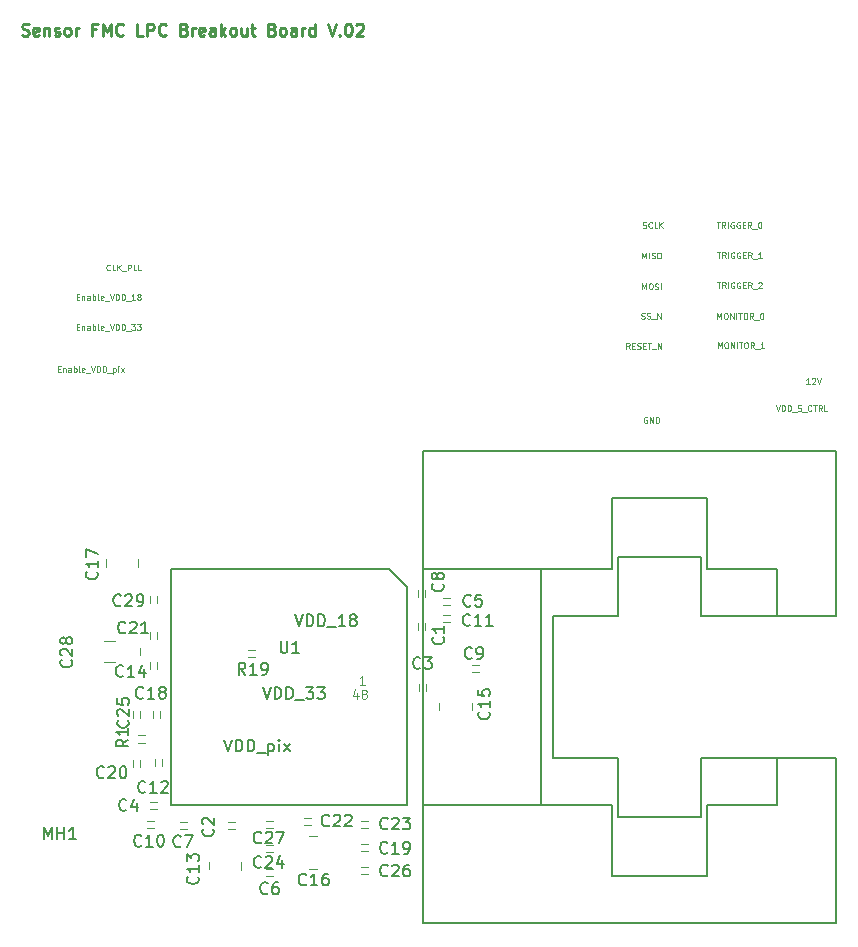
<source format=gbr>
%TF.GenerationSoftware,KiCad,Pcbnew,(5.0.0-rc2-dev-581-g09a6bada0)*%
%TF.CreationDate,2018-07-03T10:36:25-06:00*%
%TF.ProjectId,Sensor_FMC_LPC_Breakout_V02,53656E736F725F464D435F4C50435F42,01*%
%TF.SameCoordinates,Original*%
%TF.FileFunction,Legend,Top*%
%TF.FilePolarity,Positive*%
%FSLAX46Y46*%
G04 Gerber Fmt 4.6, Leading zero omitted, Abs format (unit mm)*
G04 Created by KiCad (PCBNEW (5.0.0-rc2-dev-581-g09a6bada0)) date 07/03/18 10:36:25*
%MOMM*%
%LPD*%
G01*
G04 APERTURE LIST*
%ADD10C,0.254000*%
%ADD11C,0.200000*%
%ADD12C,0.100000*%
%ADD13C,0.120000*%
%ADD14C,0.150000*%
%ADD15C,0.076200*%
G04 APERTURE END LIST*
D10*
X32040285Y-54259238D02*
X32185428Y-54307619D01*
X32427333Y-54307619D01*
X32524095Y-54259238D01*
X32572476Y-54210857D01*
X32620857Y-54114095D01*
X32620857Y-54017333D01*
X32572476Y-53920571D01*
X32524095Y-53872190D01*
X32427333Y-53823809D01*
X32233809Y-53775428D01*
X32137047Y-53727047D01*
X32088666Y-53678666D01*
X32040285Y-53581904D01*
X32040285Y-53485142D01*
X32088666Y-53388380D01*
X32137047Y-53340000D01*
X32233809Y-53291619D01*
X32475714Y-53291619D01*
X32620857Y-53340000D01*
X33443333Y-54259238D02*
X33346571Y-54307619D01*
X33153047Y-54307619D01*
X33056285Y-54259238D01*
X33007904Y-54162476D01*
X33007904Y-53775428D01*
X33056285Y-53678666D01*
X33153047Y-53630285D01*
X33346571Y-53630285D01*
X33443333Y-53678666D01*
X33491714Y-53775428D01*
X33491714Y-53872190D01*
X33007904Y-53968952D01*
X33927142Y-53630285D02*
X33927142Y-54307619D01*
X33927142Y-53727047D02*
X33975523Y-53678666D01*
X34072285Y-53630285D01*
X34217428Y-53630285D01*
X34314190Y-53678666D01*
X34362571Y-53775428D01*
X34362571Y-54307619D01*
X34798000Y-54259238D02*
X34894761Y-54307619D01*
X35088285Y-54307619D01*
X35185047Y-54259238D01*
X35233428Y-54162476D01*
X35233428Y-54114095D01*
X35185047Y-54017333D01*
X35088285Y-53968952D01*
X34943142Y-53968952D01*
X34846380Y-53920571D01*
X34798000Y-53823809D01*
X34798000Y-53775428D01*
X34846380Y-53678666D01*
X34943142Y-53630285D01*
X35088285Y-53630285D01*
X35185047Y-53678666D01*
X35814000Y-54307619D02*
X35717238Y-54259238D01*
X35668857Y-54210857D01*
X35620476Y-54114095D01*
X35620476Y-53823809D01*
X35668857Y-53727047D01*
X35717238Y-53678666D01*
X35814000Y-53630285D01*
X35959142Y-53630285D01*
X36055904Y-53678666D01*
X36104285Y-53727047D01*
X36152666Y-53823809D01*
X36152666Y-54114095D01*
X36104285Y-54210857D01*
X36055904Y-54259238D01*
X35959142Y-54307619D01*
X35814000Y-54307619D01*
X36588095Y-54307619D02*
X36588095Y-53630285D01*
X36588095Y-53823809D02*
X36636476Y-53727047D01*
X36684857Y-53678666D01*
X36781619Y-53630285D01*
X36878380Y-53630285D01*
X38329809Y-53775428D02*
X37991142Y-53775428D01*
X37991142Y-54307619D02*
X37991142Y-53291619D01*
X38474952Y-53291619D01*
X38862000Y-54307619D02*
X38862000Y-53291619D01*
X39200666Y-54017333D01*
X39539333Y-53291619D01*
X39539333Y-54307619D01*
X40603714Y-54210857D02*
X40555333Y-54259238D01*
X40410190Y-54307619D01*
X40313428Y-54307619D01*
X40168285Y-54259238D01*
X40071523Y-54162476D01*
X40023142Y-54065714D01*
X39974761Y-53872190D01*
X39974761Y-53727047D01*
X40023142Y-53533523D01*
X40071523Y-53436761D01*
X40168285Y-53340000D01*
X40313428Y-53291619D01*
X40410190Y-53291619D01*
X40555333Y-53340000D01*
X40603714Y-53388380D01*
X42297047Y-54307619D02*
X41813238Y-54307619D01*
X41813238Y-53291619D01*
X42635714Y-54307619D02*
X42635714Y-53291619D01*
X43022761Y-53291619D01*
X43119523Y-53340000D01*
X43167904Y-53388380D01*
X43216285Y-53485142D01*
X43216285Y-53630285D01*
X43167904Y-53727047D01*
X43119523Y-53775428D01*
X43022761Y-53823809D01*
X42635714Y-53823809D01*
X44232285Y-54210857D02*
X44183904Y-54259238D01*
X44038761Y-54307619D01*
X43942000Y-54307619D01*
X43796857Y-54259238D01*
X43700095Y-54162476D01*
X43651714Y-54065714D01*
X43603333Y-53872190D01*
X43603333Y-53727047D01*
X43651714Y-53533523D01*
X43700095Y-53436761D01*
X43796857Y-53340000D01*
X43942000Y-53291619D01*
X44038761Y-53291619D01*
X44183904Y-53340000D01*
X44232285Y-53388380D01*
X45780476Y-53775428D02*
X45925619Y-53823809D01*
X45974000Y-53872190D01*
X46022380Y-53968952D01*
X46022380Y-54114095D01*
X45974000Y-54210857D01*
X45925619Y-54259238D01*
X45828857Y-54307619D01*
X45441809Y-54307619D01*
X45441809Y-53291619D01*
X45780476Y-53291619D01*
X45877238Y-53340000D01*
X45925619Y-53388380D01*
X45974000Y-53485142D01*
X45974000Y-53581904D01*
X45925619Y-53678666D01*
X45877238Y-53727047D01*
X45780476Y-53775428D01*
X45441809Y-53775428D01*
X46457809Y-54307619D02*
X46457809Y-53630285D01*
X46457809Y-53823809D02*
X46506190Y-53727047D01*
X46554571Y-53678666D01*
X46651333Y-53630285D01*
X46748095Y-53630285D01*
X47473809Y-54259238D02*
X47377047Y-54307619D01*
X47183523Y-54307619D01*
X47086761Y-54259238D01*
X47038380Y-54162476D01*
X47038380Y-53775428D01*
X47086761Y-53678666D01*
X47183523Y-53630285D01*
X47377047Y-53630285D01*
X47473809Y-53678666D01*
X47522190Y-53775428D01*
X47522190Y-53872190D01*
X47038380Y-53968952D01*
X48393047Y-54307619D02*
X48393047Y-53775428D01*
X48344666Y-53678666D01*
X48247904Y-53630285D01*
X48054380Y-53630285D01*
X47957619Y-53678666D01*
X48393047Y-54259238D02*
X48296285Y-54307619D01*
X48054380Y-54307619D01*
X47957619Y-54259238D01*
X47909238Y-54162476D01*
X47909238Y-54065714D01*
X47957619Y-53968952D01*
X48054380Y-53920571D01*
X48296285Y-53920571D01*
X48393047Y-53872190D01*
X48876857Y-54307619D02*
X48876857Y-53291619D01*
X48973619Y-53920571D02*
X49263904Y-54307619D01*
X49263904Y-53630285D02*
X48876857Y-54017333D01*
X49844476Y-54307619D02*
X49747714Y-54259238D01*
X49699333Y-54210857D01*
X49650952Y-54114095D01*
X49650952Y-53823809D01*
X49699333Y-53727047D01*
X49747714Y-53678666D01*
X49844476Y-53630285D01*
X49989619Y-53630285D01*
X50086380Y-53678666D01*
X50134761Y-53727047D01*
X50183142Y-53823809D01*
X50183142Y-54114095D01*
X50134761Y-54210857D01*
X50086380Y-54259238D01*
X49989619Y-54307619D01*
X49844476Y-54307619D01*
X51054000Y-53630285D02*
X51054000Y-54307619D01*
X50618571Y-53630285D02*
X50618571Y-54162476D01*
X50666952Y-54259238D01*
X50763714Y-54307619D01*
X50908857Y-54307619D01*
X51005619Y-54259238D01*
X51054000Y-54210857D01*
X51392666Y-53630285D02*
X51779714Y-53630285D01*
X51537809Y-53291619D02*
X51537809Y-54162476D01*
X51586190Y-54259238D01*
X51682952Y-54307619D01*
X51779714Y-54307619D01*
X53231142Y-53775428D02*
X53376285Y-53823809D01*
X53424666Y-53872190D01*
X53473047Y-53968952D01*
X53473047Y-54114095D01*
X53424666Y-54210857D01*
X53376285Y-54259238D01*
X53279523Y-54307619D01*
X52892476Y-54307619D01*
X52892476Y-53291619D01*
X53231142Y-53291619D01*
X53327904Y-53340000D01*
X53376285Y-53388380D01*
X53424666Y-53485142D01*
X53424666Y-53581904D01*
X53376285Y-53678666D01*
X53327904Y-53727047D01*
X53231142Y-53775428D01*
X52892476Y-53775428D01*
X54053619Y-54307619D02*
X53956857Y-54259238D01*
X53908476Y-54210857D01*
X53860095Y-54114095D01*
X53860095Y-53823809D01*
X53908476Y-53727047D01*
X53956857Y-53678666D01*
X54053619Y-53630285D01*
X54198761Y-53630285D01*
X54295523Y-53678666D01*
X54343904Y-53727047D01*
X54392285Y-53823809D01*
X54392285Y-54114095D01*
X54343904Y-54210857D01*
X54295523Y-54259238D01*
X54198761Y-54307619D01*
X54053619Y-54307619D01*
X55263142Y-54307619D02*
X55263142Y-53775428D01*
X55214761Y-53678666D01*
X55118000Y-53630285D01*
X54924476Y-53630285D01*
X54827714Y-53678666D01*
X55263142Y-54259238D02*
X55166380Y-54307619D01*
X54924476Y-54307619D01*
X54827714Y-54259238D01*
X54779333Y-54162476D01*
X54779333Y-54065714D01*
X54827714Y-53968952D01*
X54924476Y-53920571D01*
X55166380Y-53920571D01*
X55263142Y-53872190D01*
X55746952Y-54307619D02*
X55746952Y-53630285D01*
X55746952Y-53823809D02*
X55795333Y-53727047D01*
X55843714Y-53678666D01*
X55940476Y-53630285D01*
X56037238Y-53630285D01*
X56811333Y-54307619D02*
X56811333Y-53291619D01*
X56811333Y-54259238D02*
X56714571Y-54307619D01*
X56521047Y-54307619D01*
X56424285Y-54259238D01*
X56375904Y-54210857D01*
X56327523Y-54114095D01*
X56327523Y-53823809D01*
X56375904Y-53727047D01*
X56424285Y-53678666D01*
X56521047Y-53630285D01*
X56714571Y-53630285D01*
X56811333Y-53678666D01*
X57924095Y-53291619D02*
X58262761Y-54307619D01*
X58601428Y-53291619D01*
X58940095Y-54210857D02*
X58988476Y-54259238D01*
X58940095Y-54307619D01*
X58891714Y-54259238D01*
X58940095Y-54210857D01*
X58940095Y-54307619D01*
X59617428Y-53291619D02*
X59714190Y-53291619D01*
X59810952Y-53340000D01*
X59859333Y-53388380D01*
X59907714Y-53485142D01*
X59956095Y-53678666D01*
X59956095Y-53920571D01*
X59907714Y-54114095D01*
X59859333Y-54210857D01*
X59810952Y-54259238D01*
X59714190Y-54307619D01*
X59617428Y-54307619D01*
X59520666Y-54259238D01*
X59472285Y-54210857D01*
X59423904Y-54114095D01*
X59375523Y-53920571D01*
X59375523Y-53678666D01*
X59423904Y-53485142D01*
X59472285Y-53388380D01*
X59520666Y-53340000D01*
X59617428Y-53291619D01*
X60343142Y-53388380D02*
X60391523Y-53340000D01*
X60488285Y-53291619D01*
X60730190Y-53291619D01*
X60826952Y-53340000D01*
X60875333Y-53388380D01*
X60923714Y-53485142D01*
X60923714Y-53581904D01*
X60875333Y-53727047D01*
X60294761Y-54307619D01*
X60923714Y-54307619D01*
D11*
X52433333Y-109452380D02*
X52766666Y-110452380D01*
X53100000Y-109452380D01*
X53433333Y-110452380D02*
X53433333Y-109452380D01*
X53671428Y-109452380D01*
X53814285Y-109500000D01*
X53909523Y-109595238D01*
X53957142Y-109690476D01*
X54004761Y-109880952D01*
X54004761Y-110023809D01*
X53957142Y-110214285D01*
X53909523Y-110309523D01*
X53814285Y-110404761D01*
X53671428Y-110452380D01*
X53433333Y-110452380D01*
X54433333Y-110452380D02*
X54433333Y-109452380D01*
X54671428Y-109452380D01*
X54814285Y-109500000D01*
X54909523Y-109595238D01*
X54957142Y-109690476D01*
X55004761Y-109880952D01*
X55004761Y-110023809D01*
X54957142Y-110214285D01*
X54909523Y-110309523D01*
X54814285Y-110404761D01*
X54671428Y-110452380D01*
X54433333Y-110452380D01*
X55195238Y-110547619D02*
X55957142Y-110547619D01*
X56100000Y-109452380D02*
X56719047Y-109452380D01*
X56385714Y-109833333D01*
X56528571Y-109833333D01*
X56623809Y-109880952D01*
X56671428Y-109928571D01*
X56719047Y-110023809D01*
X56719047Y-110261904D01*
X56671428Y-110357142D01*
X56623809Y-110404761D01*
X56528571Y-110452380D01*
X56242857Y-110452380D01*
X56147619Y-110404761D01*
X56100000Y-110357142D01*
X57052380Y-109452380D02*
X57671428Y-109452380D01*
X57338095Y-109833333D01*
X57480952Y-109833333D01*
X57576190Y-109880952D01*
X57623809Y-109928571D01*
X57671428Y-110023809D01*
X57671428Y-110261904D01*
X57623809Y-110357142D01*
X57576190Y-110404761D01*
X57480952Y-110452380D01*
X57195238Y-110452380D01*
X57100000Y-110404761D01*
X57052380Y-110357142D01*
X55133333Y-103302380D02*
X55466666Y-104302380D01*
X55800000Y-103302380D01*
X56133333Y-104302380D02*
X56133333Y-103302380D01*
X56371428Y-103302380D01*
X56514285Y-103350000D01*
X56609523Y-103445238D01*
X56657142Y-103540476D01*
X56704761Y-103730952D01*
X56704761Y-103873809D01*
X56657142Y-104064285D01*
X56609523Y-104159523D01*
X56514285Y-104254761D01*
X56371428Y-104302380D01*
X56133333Y-104302380D01*
X57133333Y-104302380D02*
X57133333Y-103302380D01*
X57371428Y-103302380D01*
X57514285Y-103350000D01*
X57609523Y-103445238D01*
X57657142Y-103540476D01*
X57704761Y-103730952D01*
X57704761Y-103873809D01*
X57657142Y-104064285D01*
X57609523Y-104159523D01*
X57514285Y-104254761D01*
X57371428Y-104302380D01*
X57133333Y-104302380D01*
X57895238Y-104397619D02*
X58657142Y-104397619D01*
X59419047Y-104302380D02*
X58847619Y-104302380D01*
X59133333Y-104302380D02*
X59133333Y-103302380D01*
X59038095Y-103445238D01*
X58942857Y-103540476D01*
X58847619Y-103588095D01*
X59990476Y-103730952D02*
X59895238Y-103683333D01*
X59847619Y-103635714D01*
X59800000Y-103540476D01*
X59800000Y-103492857D01*
X59847619Y-103397619D01*
X59895238Y-103350000D01*
X59990476Y-103302380D01*
X60180952Y-103302380D01*
X60276190Y-103350000D01*
X60323809Y-103397619D01*
X60371428Y-103492857D01*
X60371428Y-103540476D01*
X60323809Y-103635714D01*
X60276190Y-103683333D01*
X60180952Y-103730952D01*
X59990476Y-103730952D01*
X59895238Y-103778571D01*
X59847619Y-103826190D01*
X59800000Y-103921428D01*
X59800000Y-104111904D01*
X59847619Y-104207142D01*
X59895238Y-104254761D01*
X59990476Y-104302380D01*
X60180952Y-104302380D01*
X60276190Y-104254761D01*
X60323809Y-104207142D01*
X60371428Y-104111904D01*
X60371428Y-103921428D01*
X60323809Y-103826190D01*
X60276190Y-103778571D01*
X60180952Y-103730952D01*
X49140476Y-113902380D02*
X49473809Y-114902380D01*
X49807142Y-113902380D01*
X50140476Y-114902380D02*
X50140476Y-113902380D01*
X50378571Y-113902380D01*
X50521428Y-113950000D01*
X50616666Y-114045238D01*
X50664285Y-114140476D01*
X50711904Y-114330952D01*
X50711904Y-114473809D01*
X50664285Y-114664285D01*
X50616666Y-114759523D01*
X50521428Y-114854761D01*
X50378571Y-114902380D01*
X50140476Y-114902380D01*
X51140476Y-114902380D02*
X51140476Y-113902380D01*
X51378571Y-113902380D01*
X51521428Y-113950000D01*
X51616666Y-114045238D01*
X51664285Y-114140476D01*
X51711904Y-114330952D01*
X51711904Y-114473809D01*
X51664285Y-114664285D01*
X51616666Y-114759523D01*
X51521428Y-114854761D01*
X51378571Y-114902380D01*
X51140476Y-114902380D01*
X51902380Y-114997619D02*
X52664285Y-114997619D01*
X52902380Y-114235714D02*
X52902380Y-115235714D01*
X52902380Y-114283333D02*
X52997619Y-114235714D01*
X53188095Y-114235714D01*
X53283333Y-114283333D01*
X53330952Y-114330952D01*
X53378571Y-114426190D01*
X53378571Y-114711904D01*
X53330952Y-114807142D01*
X53283333Y-114854761D01*
X53188095Y-114902380D01*
X52997619Y-114902380D01*
X52902380Y-114854761D01*
X53807142Y-114902380D02*
X53807142Y-114235714D01*
X53807142Y-113902380D02*
X53759523Y-113950000D01*
X53807142Y-113997619D01*
X53854761Y-113950000D01*
X53807142Y-113902380D01*
X53807142Y-113997619D01*
X54188095Y-114902380D02*
X54711904Y-114235714D01*
X54188095Y-114235714D02*
X54711904Y-114902380D01*
D12*
X84963047Y-86618000D02*
X84915428Y-86594190D01*
X84844000Y-86594190D01*
X84772571Y-86618000D01*
X84724952Y-86665619D01*
X84701142Y-86713238D01*
X84677333Y-86808476D01*
X84677333Y-86879904D01*
X84701142Y-86975142D01*
X84724952Y-87022761D01*
X84772571Y-87070380D01*
X84844000Y-87094190D01*
X84891619Y-87094190D01*
X84963047Y-87070380D01*
X84986857Y-87046571D01*
X84986857Y-86879904D01*
X84891619Y-86879904D01*
X85201142Y-87094190D02*
X85201142Y-86594190D01*
X85486857Y-87094190D01*
X85486857Y-86594190D01*
X85724952Y-87094190D02*
X85724952Y-86594190D01*
X85844000Y-86594190D01*
X85915428Y-86618000D01*
X85963047Y-86665619D01*
X85986857Y-86713238D01*
X86010666Y-86808476D01*
X86010666Y-86879904D01*
X85986857Y-86975142D01*
X85963047Y-87022761D01*
X85915428Y-87070380D01*
X85844000Y-87094190D01*
X85724952Y-87094190D01*
X95865428Y-85578190D02*
X96032095Y-86078190D01*
X96198761Y-85578190D01*
X96365428Y-86078190D02*
X96365428Y-85578190D01*
X96484476Y-85578190D01*
X96555904Y-85602000D01*
X96603523Y-85649619D01*
X96627333Y-85697238D01*
X96651142Y-85792476D01*
X96651142Y-85863904D01*
X96627333Y-85959142D01*
X96603523Y-86006761D01*
X96555904Y-86054380D01*
X96484476Y-86078190D01*
X96365428Y-86078190D01*
X96865428Y-86078190D02*
X96865428Y-85578190D01*
X96984476Y-85578190D01*
X97055904Y-85602000D01*
X97103523Y-85649619D01*
X97127333Y-85697238D01*
X97151142Y-85792476D01*
X97151142Y-85863904D01*
X97127333Y-85959142D01*
X97103523Y-86006761D01*
X97055904Y-86054380D01*
X96984476Y-86078190D01*
X96865428Y-86078190D01*
X97246380Y-86125809D02*
X97627333Y-86125809D01*
X97722571Y-86054380D02*
X97794000Y-86078190D01*
X97913047Y-86078190D01*
X97960666Y-86054380D01*
X97984476Y-86030571D01*
X98008285Y-85982952D01*
X98008285Y-85935333D01*
X97984476Y-85887714D01*
X97960666Y-85863904D01*
X97913047Y-85840095D01*
X97817809Y-85816285D01*
X97770190Y-85792476D01*
X97746380Y-85768666D01*
X97722571Y-85721047D01*
X97722571Y-85673428D01*
X97746380Y-85625809D01*
X97770190Y-85602000D01*
X97817809Y-85578190D01*
X97936857Y-85578190D01*
X98008285Y-85602000D01*
X98103523Y-86125809D02*
X98484476Y-86125809D01*
X98889238Y-86030571D02*
X98865428Y-86054380D01*
X98794000Y-86078190D01*
X98746380Y-86078190D01*
X98674952Y-86054380D01*
X98627333Y-86006761D01*
X98603523Y-85959142D01*
X98579714Y-85863904D01*
X98579714Y-85792476D01*
X98603523Y-85697238D01*
X98627333Y-85649619D01*
X98674952Y-85602000D01*
X98746380Y-85578190D01*
X98794000Y-85578190D01*
X98865428Y-85602000D01*
X98889238Y-85625809D01*
X99032095Y-85578190D02*
X99317809Y-85578190D01*
X99174952Y-86078190D02*
X99174952Y-85578190D01*
X99770190Y-86078190D02*
X99603523Y-85840095D01*
X99484476Y-86078190D02*
X99484476Y-85578190D01*
X99674952Y-85578190D01*
X99722571Y-85602000D01*
X99746380Y-85625809D01*
X99770190Y-85673428D01*
X99770190Y-85744857D01*
X99746380Y-85792476D01*
X99722571Y-85816285D01*
X99674952Y-85840095D01*
X99484476Y-85840095D01*
X100222571Y-86078190D02*
X99984476Y-86078190D01*
X99984476Y-85578190D01*
X98750476Y-83792190D02*
X98464761Y-83792190D01*
X98607619Y-83792190D02*
X98607619Y-83292190D01*
X98560000Y-83363619D01*
X98512380Y-83411238D01*
X98464761Y-83435047D01*
X98940952Y-83339809D02*
X98964761Y-83316000D01*
X99012380Y-83292190D01*
X99131428Y-83292190D01*
X99179047Y-83316000D01*
X99202857Y-83339809D01*
X99226666Y-83387428D01*
X99226666Y-83435047D01*
X99202857Y-83506476D01*
X98917142Y-83792190D01*
X99226666Y-83792190D01*
X99369523Y-83292190D02*
X99536190Y-83792190D01*
X99702857Y-83292190D01*
X90969523Y-80756190D02*
X90969523Y-80256190D01*
X91136190Y-80613333D01*
X91302857Y-80256190D01*
X91302857Y-80756190D01*
X91636190Y-80256190D02*
X91731428Y-80256190D01*
X91779047Y-80280000D01*
X91826666Y-80327619D01*
X91850476Y-80422857D01*
X91850476Y-80589523D01*
X91826666Y-80684761D01*
X91779047Y-80732380D01*
X91731428Y-80756190D01*
X91636190Y-80756190D01*
X91588571Y-80732380D01*
X91540952Y-80684761D01*
X91517142Y-80589523D01*
X91517142Y-80422857D01*
X91540952Y-80327619D01*
X91588571Y-80280000D01*
X91636190Y-80256190D01*
X92064761Y-80756190D02*
X92064761Y-80256190D01*
X92350476Y-80756190D01*
X92350476Y-80256190D01*
X92588571Y-80756190D02*
X92588571Y-80256190D01*
X92755238Y-80256190D02*
X93040952Y-80256190D01*
X92898095Y-80756190D02*
X92898095Y-80256190D01*
X93302857Y-80256190D02*
X93398095Y-80256190D01*
X93445714Y-80280000D01*
X93493333Y-80327619D01*
X93517142Y-80422857D01*
X93517142Y-80589523D01*
X93493333Y-80684761D01*
X93445714Y-80732380D01*
X93398095Y-80756190D01*
X93302857Y-80756190D01*
X93255238Y-80732380D01*
X93207619Y-80684761D01*
X93183809Y-80589523D01*
X93183809Y-80422857D01*
X93207619Y-80327619D01*
X93255238Y-80280000D01*
X93302857Y-80256190D01*
X94017142Y-80756190D02*
X93850476Y-80518095D01*
X93731428Y-80756190D02*
X93731428Y-80256190D01*
X93921904Y-80256190D01*
X93969523Y-80280000D01*
X93993333Y-80303809D01*
X94017142Y-80351428D01*
X94017142Y-80422857D01*
X93993333Y-80470476D01*
X93969523Y-80494285D01*
X93921904Y-80518095D01*
X93731428Y-80518095D01*
X94112380Y-80803809D02*
X94493333Y-80803809D01*
X94874285Y-80756190D02*
X94588571Y-80756190D01*
X94731428Y-80756190D02*
X94731428Y-80256190D01*
X94683809Y-80327619D01*
X94636190Y-80375238D01*
X94588571Y-80399047D01*
X84476666Y-78242380D02*
X84548095Y-78266190D01*
X84667142Y-78266190D01*
X84714761Y-78242380D01*
X84738571Y-78218571D01*
X84762380Y-78170952D01*
X84762380Y-78123333D01*
X84738571Y-78075714D01*
X84714761Y-78051904D01*
X84667142Y-78028095D01*
X84571904Y-78004285D01*
X84524285Y-77980476D01*
X84500476Y-77956666D01*
X84476666Y-77909047D01*
X84476666Y-77861428D01*
X84500476Y-77813809D01*
X84524285Y-77790000D01*
X84571904Y-77766190D01*
X84690952Y-77766190D01*
X84762380Y-77790000D01*
X84952857Y-78242380D02*
X85024285Y-78266190D01*
X85143333Y-78266190D01*
X85190952Y-78242380D01*
X85214761Y-78218571D01*
X85238571Y-78170952D01*
X85238571Y-78123333D01*
X85214761Y-78075714D01*
X85190952Y-78051904D01*
X85143333Y-78028095D01*
X85048095Y-78004285D01*
X85000476Y-77980476D01*
X84976666Y-77956666D01*
X84952857Y-77909047D01*
X84952857Y-77861428D01*
X84976666Y-77813809D01*
X85000476Y-77790000D01*
X85048095Y-77766190D01*
X85167142Y-77766190D01*
X85238571Y-77790000D01*
X85333809Y-78313809D02*
X85714761Y-78313809D01*
X85833809Y-78266190D02*
X85833809Y-77766190D01*
X86119523Y-78266190D01*
X86119523Y-77766190D01*
X83501428Y-80816190D02*
X83334761Y-80578095D01*
X83215714Y-80816190D02*
X83215714Y-80316190D01*
X83406190Y-80316190D01*
X83453809Y-80340000D01*
X83477619Y-80363809D01*
X83501428Y-80411428D01*
X83501428Y-80482857D01*
X83477619Y-80530476D01*
X83453809Y-80554285D01*
X83406190Y-80578095D01*
X83215714Y-80578095D01*
X83715714Y-80554285D02*
X83882380Y-80554285D01*
X83953809Y-80816190D02*
X83715714Y-80816190D01*
X83715714Y-80316190D01*
X83953809Y-80316190D01*
X84144285Y-80792380D02*
X84215714Y-80816190D01*
X84334761Y-80816190D01*
X84382380Y-80792380D01*
X84406190Y-80768571D01*
X84430000Y-80720952D01*
X84430000Y-80673333D01*
X84406190Y-80625714D01*
X84382380Y-80601904D01*
X84334761Y-80578095D01*
X84239523Y-80554285D01*
X84191904Y-80530476D01*
X84168095Y-80506666D01*
X84144285Y-80459047D01*
X84144285Y-80411428D01*
X84168095Y-80363809D01*
X84191904Y-80340000D01*
X84239523Y-80316190D01*
X84358571Y-80316190D01*
X84430000Y-80340000D01*
X84644285Y-80554285D02*
X84810952Y-80554285D01*
X84882380Y-80816190D02*
X84644285Y-80816190D01*
X84644285Y-80316190D01*
X84882380Y-80316190D01*
X85025238Y-80316190D02*
X85310952Y-80316190D01*
X85168095Y-80816190D02*
X85168095Y-80316190D01*
X85358571Y-80863809D02*
X85739523Y-80863809D01*
X85858571Y-80816190D02*
X85858571Y-80316190D01*
X86144285Y-80816190D01*
X86144285Y-80316190D01*
X90919523Y-78296190D02*
X90919523Y-77796190D01*
X91086190Y-78153333D01*
X91252857Y-77796190D01*
X91252857Y-78296190D01*
X91586190Y-77796190D02*
X91681428Y-77796190D01*
X91729047Y-77820000D01*
X91776666Y-77867619D01*
X91800476Y-77962857D01*
X91800476Y-78129523D01*
X91776666Y-78224761D01*
X91729047Y-78272380D01*
X91681428Y-78296190D01*
X91586190Y-78296190D01*
X91538571Y-78272380D01*
X91490952Y-78224761D01*
X91467142Y-78129523D01*
X91467142Y-77962857D01*
X91490952Y-77867619D01*
X91538571Y-77820000D01*
X91586190Y-77796190D01*
X92014761Y-78296190D02*
X92014761Y-77796190D01*
X92300476Y-78296190D01*
X92300476Y-77796190D01*
X92538571Y-78296190D02*
X92538571Y-77796190D01*
X92705238Y-77796190D02*
X92990952Y-77796190D01*
X92848095Y-78296190D02*
X92848095Y-77796190D01*
X93252857Y-77796190D02*
X93348095Y-77796190D01*
X93395714Y-77820000D01*
X93443333Y-77867619D01*
X93467142Y-77962857D01*
X93467142Y-78129523D01*
X93443333Y-78224761D01*
X93395714Y-78272380D01*
X93348095Y-78296190D01*
X93252857Y-78296190D01*
X93205238Y-78272380D01*
X93157619Y-78224761D01*
X93133809Y-78129523D01*
X93133809Y-77962857D01*
X93157619Y-77867619D01*
X93205238Y-77820000D01*
X93252857Y-77796190D01*
X93967142Y-78296190D02*
X93800476Y-78058095D01*
X93681428Y-78296190D02*
X93681428Y-77796190D01*
X93871904Y-77796190D01*
X93919523Y-77820000D01*
X93943333Y-77843809D01*
X93967142Y-77891428D01*
X93967142Y-77962857D01*
X93943333Y-78010476D01*
X93919523Y-78034285D01*
X93871904Y-78058095D01*
X93681428Y-78058095D01*
X94062380Y-78343809D02*
X94443333Y-78343809D01*
X94657619Y-77796190D02*
X94705238Y-77796190D01*
X94752857Y-77820000D01*
X94776666Y-77843809D01*
X94800476Y-77891428D01*
X94824285Y-77986666D01*
X94824285Y-78105714D01*
X94800476Y-78200952D01*
X94776666Y-78248571D01*
X94752857Y-78272380D01*
X94705238Y-78296190D01*
X94657619Y-78296190D01*
X94610000Y-78272380D01*
X94586190Y-78248571D01*
X94562380Y-78200952D01*
X94538571Y-78105714D01*
X94538571Y-77986666D01*
X94562380Y-77891428D01*
X94586190Y-77843809D01*
X94610000Y-77820000D01*
X94657619Y-77796190D01*
X84604761Y-70560380D02*
X84676190Y-70584190D01*
X84795238Y-70584190D01*
X84842857Y-70560380D01*
X84866666Y-70536571D01*
X84890476Y-70488952D01*
X84890476Y-70441333D01*
X84866666Y-70393714D01*
X84842857Y-70369904D01*
X84795238Y-70346095D01*
X84700000Y-70322285D01*
X84652380Y-70298476D01*
X84628571Y-70274666D01*
X84604761Y-70227047D01*
X84604761Y-70179428D01*
X84628571Y-70131809D01*
X84652380Y-70108000D01*
X84700000Y-70084190D01*
X84819047Y-70084190D01*
X84890476Y-70108000D01*
X85390476Y-70536571D02*
X85366666Y-70560380D01*
X85295238Y-70584190D01*
X85247619Y-70584190D01*
X85176190Y-70560380D01*
X85128571Y-70512761D01*
X85104761Y-70465142D01*
X85080952Y-70369904D01*
X85080952Y-70298476D01*
X85104761Y-70203238D01*
X85128571Y-70155619D01*
X85176190Y-70108000D01*
X85247619Y-70084190D01*
X85295238Y-70084190D01*
X85366666Y-70108000D01*
X85390476Y-70131809D01*
X85842857Y-70584190D02*
X85604761Y-70584190D01*
X85604761Y-70084190D01*
X86009523Y-70584190D02*
X86009523Y-70084190D01*
X86295238Y-70584190D02*
X86080952Y-70298476D01*
X86295238Y-70084190D02*
X86009523Y-70369904D01*
X84564285Y-73166190D02*
X84564285Y-72666190D01*
X84730952Y-73023333D01*
X84897619Y-72666190D01*
X84897619Y-73166190D01*
X85135714Y-73166190D02*
X85135714Y-72666190D01*
X85350000Y-73142380D02*
X85421428Y-73166190D01*
X85540476Y-73166190D01*
X85588095Y-73142380D01*
X85611904Y-73118571D01*
X85635714Y-73070952D01*
X85635714Y-73023333D01*
X85611904Y-72975714D01*
X85588095Y-72951904D01*
X85540476Y-72928095D01*
X85445238Y-72904285D01*
X85397619Y-72880476D01*
X85373809Y-72856666D01*
X85350000Y-72809047D01*
X85350000Y-72761428D01*
X85373809Y-72713809D01*
X85397619Y-72690000D01*
X85445238Y-72666190D01*
X85564285Y-72666190D01*
X85635714Y-72690000D01*
X85945238Y-72666190D02*
X86040476Y-72666190D01*
X86088095Y-72690000D01*
X86135714Y-72737619D01*
X86159523Y-72832857D01*
X86159523Y-72999523D01*
X86135714Y-73094761D01*
X86088095Y-73142380D01*
X86040476Y-73166190D01*
X85945238Y-73166190D01*
X85897619Y-73142380D01*
X85850000Y-73094761D01*
X85826190Y-72999523D01*
X85826190Y-72832857D01*
X85850000Y-72737619D01*
X85897619Y-72690000D01*
X85945238Y-72666190D01*
X90883333Y-75176190D02*
X91169047Y-75176190D01*
X91026190Y-75676190D02*
X91026190Y-75176190D01*
X91621428Y-75676190D02*
X91454761Y-75438095D01*
X91335714Y-75676190D02*
X91335714Y-75176190D01*
X91526190Y-75176190D01*
X91573809Y-75200000D01*
X91597619Y-75223809D01*
X91621428Y-75271428D01*
X91621428Y-75342857D01*
X91597619Y-75390476D01*
X91573809Y-75414285D01*
X91526190Y-75438095D01*
X91335714Y-75438095D01*
X91835714Y-75676190D02*
X91835714Y-75176190D01*
X92335714Y-75200000D02*
X92288095Y-75176190D01*
X92216666Y-75176190D01*
X92145238Y-75200000D01*
X92097619Y-75247619D01*
X92073809Y-75295238D01*
X92050000Y-75390476D01*
X92050000Y-75461904D01*
X92073809Y-75557142D01*
X92097619Y-75604761D01*
X92145238Y-75652380D01*
X92216666Y-75676190D01*
X92264285Y-75676190D01*
X92335714Y-75652380D01*
X92359523Y-75628571D01*
X92359523Y-75461904D01*
X92264285Y-75461904D01*
X92835714Y-75200000D02*
X92788095Y-75176190D01*
X92716666Y-75176190D01*
X92645238Y-75200000D01*
X92597619Y-75247619D01*
X92573809Y-75295238D01*
X92550000Y-75390476D01*
X92550000Y-75461904D01*
X92573809Y-75557142D01*
X92597619Y-75604761D01*
X92645238Y-75652380D01*
X92716666Y-75676190D01*
X92764285Y-75676190D01*
X92835714Y-75652380D01*
X92859523Y-75628571D01*
X92859523Y-75461904D01*
X92764285Y-75461904D01*
X93073809Y-75414285D02*
X93240476Y-75414285D01*
X93311904Y-75676190D02*
X93073809Y-75676190D01*
X93073809Y-75176190D01*
X93311904Y-75176190D01*
X93811904Y-75676190D02*
X93645238Y-75438095D01*
X93526190Y-75676190D02*
X93526190Y-75176190D01*
X93716666Y-75176190D01*
X93764285Y-75200000D01*
X93788095Y-75223809D01*
X93811904Y-75271428D01*
X93811904Y-75342857D01*
X93788095Y-75390476D01*
X93764285Y-75414285D01*
X93716666Y-75438095D01*
X93526190Y-75438095D01*
X93907142Y-75723809D02*
X94288095Y-75723809D01*
X94383333Y-75223809D02*
X94407142Y-75200000D01*
X94454761Y-75176190D01*
X94573809Y-75176190D01*
X94621428Y-75200000D01*
X94645238Y-75223809D01*
X94669047Y-75271428D01*
X94669047Y-75319047D01*
X94645238Y-75390476D01*
X94359523Y-75676190D01*
X94669047Y-75676190D01*
X84564285Y-75776190D02*
X84564285Y-75276190D01*
X84730952Y-75633333D01*
X84897619Y-75276190D01*
X84897619Y-75776190D01*
X85230952Y-75276190D02*
X85326190Y-75276190D01*
X85373809Y-75300000D01*
X85421428Y-75347619D01*
X85445238Y-75442857D01*
X85445238Y-75609523D01*
X85421428Y-75704761D01*
X85373809Y-75752380D01*
X85326190Y-75776190D01*
X85230952Y-75776190D01*
X85183333Y-75752380D01*
X85135714Y-75704761D01*
X85111904Y-75609523D01*
X85111904Y-75442857D01*
X85135714Y-75347619D01*
X85183333Y-75300000D01*
X85230952Y-75276190D01*
X85635714Y-75752380D02*
X85707142Y-75776190D01*
X85826190Y-75776190D01*
X85873809Y-75752380D01*
X85897619Y-75728571D01*
X85921428Y-75680952D01*
X85921428Y-75633333D01*
X85897619Y-75585714D01*
X85873809Y-75561904D01*
X85826190Y-75538095D01*
X85730952Y-75514285D01*
X85683333Y-75490476D01*
X85659523Y-75466666D01*
X85635714Y-75419047D01*
X85635714Y-75371428D01*
X85659523Y-75323809D01*
X85683333Y-75300000D01*
X85730952Y-75276190D01*
X85850000Y-75276190D01*
X85921428Y-75300000D01*
X86135714Y-75776190D02*
X86135714Y-75276190D01*
X90883333Y-72636190D02*
X91169047Y-72636190D01*
X91026190Y-73136190D02*
X91026190Y-72636190D01*
X91621428Y-73136190D02*
X91454761Y-72898095D01*
X91335714Y-73136190D02*
X91335714Y-72636190D01*
X91526190Y-72636190D01*
X91573809Y-72660000D01*
X91597619Y-72683809D01*
X91621428Y-72731428D01*
X91621428Y-72802857D01*
X91597619Y-72850476D01*
X91573809Y-72874285D01*
X91526190Y-72898095D01*
X91335714Y-72898095D01*
X91835714Y-73136190D02*
X91835714Y-72636190D01*
X92335714Y-72660000D02*
X92288095Y-72636190D01*
X92216666Y-72636190D01*
X92145238Y-72660000D01*
X92097619Y-72707619D01*
X92073809Y-72755238D01*
X92050000Y-72850476D01*
X92050000Y-72921904D01*
X92073809Y-73017142D01*
X92097619Y-73064761D01*
X92145238Y-73112380D01*
X92216666Y-73136190D01*
X92264285Y-73136190D01*
X92335714Y-73112380D01*
X92359523Y-73088571D01*
X92359523Y-72921904D01*
X92264285Y-72921904D01*
X92835714Y-72660000D02*
X92788095Y-72636190D01*
X92716666Y-72636190D01*
X92645238Y-72660000D01*
X92597619Y-72707619D01*
X92573809Y-72755238D01*
X92550000Y-72850476D01*
X92550000Y-72921904D01*
X92573809Y-73017142D01*
X92597619Y-73064761D01*
X92645238Y-73112380D01*
X92716666Y-73136190D01*
X92764285Y-73136190D01*
X92835714Y-73112380D01*
X92859523Y-73088571D01*
X92859523Y-72921904D01*
X92764285Y-72921904D01*
X93073809Y-72874285D02*
X93240476Y-72874285D01*
X93311904Y-73136190D02*
X93073809Y-73136190D01*
X93073809Y-72636190D01*
X93311904Y-72636190D01*
X93811904Y-73136190D02*
X93645238Y-72898095D01*
X93526190Y-73136190D02*
X93526190Y-72636190D01*
X93716666Y-72636190D01*
X93764285Y-72660000D01*
X93788095Y-72683809D01*
X93811904Y-72731428D01*
X93811904Y-72802857D01*
X93788095Y-72850476D01*
X93764285Y-72874285D01*
X93716666Y-72898095D01*
X93526190Y-72898095D01*
X93907142Y-73183809D02*
X94288095Y-73183809D01*
X94669047Y-73136190D02*
X94383333Y-73136190D01*
X94526190Y-73136190D02*
X94526190Y-72636190D01*
X94478571Y-72707619D01*
X94430952Y-72755238D01*
X94383333Y-72779047D01*
X90863333Y-70086190D02*
X91149047Y-70086190D01*
X91006190Y-70586190D02*
X91006190Y-70086190D01*
X91601428Y-70586190D02*
X91434761Y-70348095D01*
X91315714Y-70586190D02*
X91315714Y-70086190D01*
X91506190Y-70086190D01*
X91553809Y-70110000D01*
X91577619Y-70133809D01*
X91601428Y-70181428D01*
X91601428Y-70252857D01*
X91577619Y-70300476D01*
X91553809Y-70324285D01*
X91506190Y-70348095D01*
X91315714Y-70348095D01*
X91815714Y-70586190D02*
X91815714Y-70086190D01*
X92315714Y-70110000D02*
X92268095Y-70086190D01*
X92196666Y-70086190D01*
X92125238Y-70110000D01*
X92077619Y-70157619D01*
X92053809Y-70205238D01*
X92030000Y-70300476D01*
X92030000Y-70371904D01*
X92053809Y-70467142D01*
X92077619Y-70514761D01*
X92125238Y-70562380D01*
X92196666Y-70586190D01*
X92244285Y-70586190D01*
X92315714Y-70562380D01*
X92339523Y-70538571D01*
X92339523Y-70371904D01*
X92244285Y-70371904D01*
X92815714Y-70110000D02*
X92768095Y-70086190D01*
X92696666Y-70086190D01*
X92625238Y-70110000D01*
X92577619Y-70157619D01*
X92553809Y-70205238D01*
X92530000Y-70300476D01*
X92530000Y-70371904D01*
X92553809Y-70467142D01*
X92577619Y-70514761D01*
X92625238Y-70562380D01*
X92696666Y-70586190D01*
X92744285Y-70586190D01*
X92815714Y-70562380D01*
X92839523Y-70538571D01*
X92839523Y-70371904D01*
X92744285Y-70371904D01*
X93053809Y-70324285D02*
X93220476Y-70324285D01*
X93291904Y-70586190D02*
X93053809Y-70586190D01*
X93053809Y-70086190D01*
X93291904Y-70086190D01*
X93791904Y-70586190D02*
X93625238Y-70348095D01*
X93506190Y-70586190D02*
X93506190Y-70086190D01*
X93696666Y-70086190D01*
X93744285Y-70110000D01*
X93768095Y-70133809D01*
X93791904Y-70181428D01*
X93791904Y-70252857D01*
X93768095Y-70300476D01*
X93744285Y-70324285D01*
X93696666Y-70348095D01*
X93506190Y-70348095D01*
X93887142Y-70633809D02*
X94268095Y-70633809D01*
X94482380Y-70086190D02*
X94530000Y-70086190D01*
X94577619Y-70110000D01*
X94601428Y-70133809D01*
X94625238Y-70181428D01*
X94649047Y-70276666D01*
X94649047Y-70395714D01*
X94625238Y-70490952D01*
X94601428Y-70538571D01*
X94577619Y-70562380D01*
X94530000Y-70586190D01*
X94482380Y-70586190D01*
X94434761Y-70562380D01*
X94410952Y-70538571D01*
X94387142Y-70490952D01*
X94363333Y-70395714D01*
X94363333Y-70276666D01*
X94387142Y-70181428D01*
X94410952Y-70133809D01*
X94434761Y-70110000D01*
X94482380Y-70086190D01*
X36667619Y-76418285D02*
X36834285Y-76418285D01*
X36905714Y-76680190D02*
X36667619Y-76680190D01*
X36667619Y-76180190D01*
X36905714Y-76180190D01*
X37120000Y-76346857D02*
X37120000Y-76680190D01*
X37120000Y-76394476D02*
X37143809Y-76370666D01*
X37191428Y-76346857D01*
X37262857Y-76346857D01*
X37310476Y-76370666D01*
X37334285Y-76418285D01*
X37334285Y-76680190D01*
X37786666Y-76680190D02*
X37786666Y-76418285D01*
X37762857Y-76370666D01*
X37715238Y-76346857D01*
X37620000Y-76346857D01*
X37572380Y-76370666D01*
X37786666Y-76656380D02*
X37739047Y-76680190D01*
X37620000Y-76680190D01*
X37572380Y-76656380D01*
X37548571Y-76608761D01*
X37548571Y-76561142D01*
X37572380Y-76513523D01*
X37620000Y-76489714D01*
X37739047Y-76489714D01*
X37786666Y-76465904D01*
X38024761Y-76680190D02*
X38024761Y-76180190D01*
X38024761Y-76370666D02*
X38072380Y-76346857D01*
X38167619Y-76346857D01*
X38215238Y-76370666D01*
X38239047Y-76394476D01*
X38262857Y-76442095D01*
X38262857Y-76584952D01*
X38239047Y-76632571D01*
X38215238Y-76656380D01*
X38167619Y-76680190D01*
X38072380Y-76680190D01*
X38024761Y-76656380D01*
X38548571Y-76680190D02*
X38500952Y-76656380D01*
X38477142Y-76608761D01*
X38477142Y-76180190D01*
X38929523Y-76656380D02*
X38881904Y-76680190D01*
X38786666Y-76680190D01*
X38739047Y-76656380D01*
X38715238Y-76608761D01*
X38715238Y-76418285D01*
X38739047Y-76370666D01*
X38786666Y-76346857D01*
X38881904Y-76346857D01*
X38929523Y-76370666D01*
X38953333Y-76418285D01*
X38953333Y-76465904D01*
X38715238Y-76513523D01*
X39048571Y-76727809D02*
X39429523Y-76727809D01*
X39477142Y-76180190D02*
X39643809Y-76680190D01*
X39810476Y-76180190D01*
X39977142Y-76680190D02*
X39977142Y-76180190D01*
X40096190Y-76180190D01*
X40167619Y-76204000D01*
X40215238Y-76251619D01*
X40239047Y-76299238D01*
X40262857Y-76394476D01*
X40262857Y-76465904D01*
X40239047Y-76561142D01*
X40215238Y-76608761D01*
X40167619Y-76656380D01*
X40096190Y-76680190D01*
X39977142Y-76680190D01*
X40477142Y-76680190D02*
X40477142Y-76180190D01*
X40596190Y-76180190D01*
X40667619Y-76204000D01*
X40715238Y-76251619D01*
X40739047Y-76299238D01*
X40762857Y-76394476D01*
X40762857Y-76465904D01*
X40739047Y-76561142D01*
X40715238Y-76608761D01*
X40667619Y-76656380D01*
X40596190Y-76680190D01*
X40477142Y-76680190D01*
X40858095Y-76727809D02*
X41239047Y-76727809D01*
X41619999Y-76680190D02*
X41334285Y-76680190D01*
X41477142Y-76680190D02*
X41477142Y-76180190D01*
X41429523Y-76251619D01*
X41381904Y-76299238D01*
X41334285Y-76323047D01*
X41905714Y-76394476D02*
X41858095Y-76370666D01*
X41834285Y-76346857D01*
X41810476Y-76299238D01*
X41810476Y-76275428D01*
X41834285Y-76227809D01*
X41858095Y-76204000D01*
X41905714Y-76180190D01*
X42000952Y-76180190D01*
X42048571Y-76204000D01*
X42072380Y-76227809D01*
X42096190Y-76275428D01*
X42096190Y-76299238D01*
X42072380Y-76346857D01*
X42048571Y-76370666D01*
X42000952Y-76394476D01*
X41905714Y-76394476D01*
X41858095Y-76418285D01*
X41834285Y-76442095D01*
X41810476Y-76489714D01*
X41810476Y-76584952D01*
X41834285Y-76632571D01*
X41858095Y-76656380D01*
X41905714Y-76680190D01*
X42000952Y-76680190D01*
X42048571Y-76656380D01*
X42072380Y-76632571D01*
X42096190Y-76584952D01*
X42096190Y-76489714D01*
X42072380Y-76442095D01*
X42048571Y-76418285D01*
X42000952Y-76394476D01*
X36667619Y-78958285D02*
X36834285Y-78958285D01*
X36905714Y-79220190D02*
X36667619Y-79220190D01*
X36667619Y-78720190D01*
X36905714Y-78720190D01*
X37120000Y-78886857D02*
X37120000Y-79220190D01*
X37120000Y-78934476D02*
X37143809Y-78910666D01*
X37191428Y-78886857D01*
X37262857Y-78886857D01*
X37310476Y-78910666D01*
X37334285Y-78958285D01*
X37334285Y-79220190D01*
X37786666Y-79220190D02*
X37786666Y-78958285D01*
X37762857Y-78910666D01*
X37715238Y-78886857D01*
X37620000Y-78886857D01*
X37572380Y-78910666D01*
X37786666Y-79196380D02*
X37739047Y-79220190D01*
X37620000Y-79220190D01*
X37572380Y-79196380D01*
X37548571Y-79148761D01*
X37548571Y-79101142D01*
X37572380Y-79053523D01*
X37620000Y-79029714D01*
X37739047Y-79029714D01*
X37786666Y-79005904D01*
X38024761Y-79220190D02*
X38024761Y-78720190D01*
X38024761Y-78910666D02*
X38072380Y-78886857D01*
X38167619Y-78886857D01*
X38215238Y-78910666D01*
X38239047Y-78934476D01*
X38262857Y-78982095D01*
X38262857Y-79124952D01*
X38239047Y-79172571D01*
X38215238Y-79196380D01*
X38167619Y-79220190D01*
X38072380Y-79220190D01*
X38024761Y-79196380D01*
X38548571Y-79220190D02*
X38500952Y-79196380D01*
X38477142Y-79148761D01*
X38477142Y-78720190D01*
X38929523Y-79196380D02*
X38881904Y-79220190D01*
X38786666Y-79220190D01*
X38739047Y-79196380D01*
X38715238Y-79148761D01*
X38715238Y-78958285D01*
X38739047Y-78910666D01*
X38786666Y-78886857D01*
X38881904Y-78886857D01*
X38929523Y-78910666D01*
X38953333Y-78958285D01*
X38953333Y-79005904D01*
X38715238Y-79053523D01*
X39048571Y-79267809D02*
X39429523Y-79267809D01*
X39477142Y-78720190D02*
X39643809Y-79220190D01*
X39810476Y-78720190D01*
X39977142Y-79220190D02*
X39977142Y-78720190D01*
X40096190Y-78720190D01*
X40167619Y-78744000D01*
X40215238Y-78791619D01*
X40239047Y-78839238D01*
X40262857Y-78934476D01*
X40262857Y-79005904D01*
X40239047Y-79101142D01*
X40215238Y-79148761D01*
X40167619Y-79196380D01*
X40096190Y-79220190D01*
X39977142Y-79220190D01*
X40477142Y-79220190D02*
X40477142Y-78720190D01*
X40596190Y-78720190D01*
X40667619Y-78744000D01*
X40715238Y-78791619D01*
X40739047Y-78839238D01*
X40762857Y-78934476D01*
X40762857Y-79005904D01*
X40739047Y-79101142D01*
X40715238Y-79148761D01*
X40667619Y-79196380D01*
X40596190Y-79220190D01*
X40477142Y-79220190D01*
X40858095Y-79267809D02*
X41239047Y-79267809D01*
X41310476Y-78720190D02*
X41619999Y-78720190D01*
X41453333Y-78910666D01*
X41524761Y-78910666D01*
X41572380Y-78934476D01*
X41596190Y-78958285D01*
X41619999Y-79005904D01*
X41619999Y-79124952D01*
X41596190Y-79172571D01*
X41572380Y-79196380D01*
X41524761Y-79220190D01*
X41381904Y-79220190D01*
X41334285Y-79196380D01*
X41310476Y-79172571D01*
X41786666Y-78720190D02*
X42096190Y-78720190D01*
X41929523Y-78910666D01*
X42000952Y-78910666D01*
X42048571Y-78934476D01*
X42072380Y-78958285D01*
X42096190Y-79005904D01*
X42096190Y-79124952D01*
X42072380Y-79172571D01*
X42048571Y-79196380D01*
X42000952Y-79220190D01*
X41858095Y-79220190D01*
X41810476Y-79196380D01*
X41786666Y-79172571D01*
X35072190Y-82514285D02*
X35238857Y-82514285D01*
X35310285Y-82776190D02*
X35072190Y-82776190D01*
X35072190Y-82276190D01*
X35310285Y-82276190D01*
X35524571Y-82442857D02*
X35524571Y-82776190D01*
X35524571Y-82490476D02*
X35548380Y-82466666D01*
X35596000Y-82442857D01*
X35667428Y-82442857D01*
X35715047Y-82466666D01*
X35738857Y-82514285D01*
X35738857Y-82776190D01*
X36191238Y-82776190D02*
X36191238Y-82514285D01*
X36167428Y-82466666D01*
X36119809Y-82442857D01*
X36024571Y-82442857D01*
X35976952Y-82466666D01*
X36191238Y-82752380D02*
X36143619Y-82776190D01*
X36024571Y-82776190D01*
X35976952Y-82752380D01*
X35953142Y-82704761D01*
X35953142Y-82657142D01*
X35976952Y-82609523D01*
X36024571Y-82585714D01*
X36143619Y-82585714D01*
X36191238Y-82561904D01*
X36429333Y-82776190D02*
X36429333Y-82276190D01*
X36429333Y-82466666D02*
X36476952Y-82442857D01*
X36572190Y-82442857D01*
X36619809Y-82466666D01*
X36643619Y-82490476D01*
X36667428Y-82538095D01*
X36667428Y-82680952D01*
X36643619Y-82728571D01*
X36619809Y-82752380D01*
X36572190Y-82776190D01*
X36476952Y-82776190D01*
X36429333Y-82752380D01*
X36953142Y-82776190D02*
X36905523Y-82752380D01*
X36881714Y-82704761D01*
X36881714Y-82276190D01*
X37334095Y-82752380D02*
X37286476Y-82776190D01*
X37191238Y-82776190D01*
X37143619Y-82752380D01*
X37119809Y-82704761D01*
X37119809Y-82514285D01*
X37143619Y-82466666D01*
X37191238Y-82442857D01*
X37286476Y-82442857D01*
X37334095Y-82466666D01*
X37357904Y-82514285D01*
X37357904Y-82561904D01*
X37119809Y-82609523D01*
X37453142Y-82823809D02*
X37834095Y-82823809D01*
X37881714Y-82276190D02*
X38048380Y-82776190D01*
X38215047Y-82276190D01*
X38381714Y-82776190D02*
X38381714Y-82276190D01*
X38500761Y-82276190D01*
X38572190Y-82300000D01*
X38619809Y-82347619D01*
X38643619Y-82395238D01*
X38667428Y-82490476D01*
X38667428Y-82561904D01*
X38643619Y-82657142D01*
X38619809Y-82704761D01*
X38572190Y-82752380D01*
X38500761Y-82776190D01*
X38381714Y-82776190D01*
X38881714Y-82776190D02*
X38881714Y-82276190D01*
X39000761Y-82276190D01*
X39072190Y-82300000D01*
X39119809Y-82347619D01*
X39143619Y-82395238D01*
X39167428Y-82490476D01*
X39167428Y-82561904D01*
X39143619Y-82657142D01*
X39119809Y-82704761D01*
X39072190Y-82752380D01*
X39000761Y-82776190D01*
X38881714Y-82776190D01*
X39262666Y-82823809D02*
X39643619Y-82823809D01*
X39762666Y-82442857D02*
X39762666Y-82942857D01*
X39762666Y-82466666D02*
X39810285Y-82442857D01*
X39905523Y-82442857D01*
X39953142Y-82466666D01*
X39976952Y-82490476D01*
X40000761Y-82538095D01*
X40000761Y-82680952D01*
X39976952Y-82728571D01*
X39953142Y-82752380D01*
X39905523Y-82776190D01*
X39810285Y-82776190D01*
X39762666Y-82752380D01*
X40215047Y-82776190D02*
X40215047Y-82442857D01*
X40215047Y-82276190D02*
X40191238Y-82300000D01*
X40215047Y-82323809D01*
X40238857Y-82300000D01*
X40215047Y-82276190D01*
X40215047Y-82323809D01*
X40405523Y-82776190D02*
X40667428Y-82442857D01*
X40405523Y-82442857D02*
X40667428Y-82776190D01*
X39497142Y-74128571D02*
X39473333Y-74152380D01*
X39401904Y-74176190D01*
X39354285Y-74176190D01*
X39282857Y-74152380D01*
X39235238Y-74104761D01*
X39211428Y-74057142D01*
X39187619Y-73961904D01*
X39187619Y-73890476D01*
X39211428Y-73795238D01*
X39235238Y-73747619D01*
X39282857Y-73700000D01*
X39354285Y-73676190D01*
X39401904Y-73676190D01*
X39473333Y-73700000D01*
X39497142Y-73723809D01*
X39949523Y-74176190D02*
X39711428Y-74176190D01*
X39711428Y-73676190D01*
X40116190Y-74176190D02*
X40116190Y-73676190D01*
X40401904Y-74176190D02*
X40187619Y-73890476D01*
X40401904Y-73676190D02*
X40116190Y-73961904D01*
X40497142Y-74223809D02*
X40878095Y-74223809D01*
X40997142Y-74176190D02*
X40997142Y-73676190D01*
X41187619Y-73676190D01*
X41235238Y-73700000D01*
X41259047Y-73723809D01*
X41282857Y-73771428D01*
X41282857Y-73842857D01*
X41259047Y-73890476D01*
X41235238Y-73914285D01*
X41187619Y-73938095D01*
X40997142Y-73938095D01*
X41735238Y-74176190D02*
X41497142Y-74176190D01*
X41497142Y-73676190D01*
X42140000Y-74176190D02*
X41901904Y-74176190D01*
X41901904Y-73676190D01*
D11*
X101000000Y-115450000D02*
X101000000Y-129450000D01*
X96000000Y-115450000D02*
X96000000Y-119450000D01*
X96000000Y-99450000D02*
X96000000Y-103450000D01*
X101000000Y-89450000D02*
X101000000Y-103450000D01*
X66000000Y-129450000D02*
X101000000Y-129450000D01*
X101000000Y-89450000D02*
X66000000Y-89450000D01*
X95000000Y-103450000D02*
X101000000Y-103450000D01*
X95000000Y-115450000D02*
X101000000Y-115450000D01*
X76000000Y-119450000D02*
X66000000Y-119450000D01*
X76000000Y-99450000D02*
X66000000Y-99450000D01*
X82000000Y-93450000D02*
X82000000Y-99450000D01*
X82000000Y-99450000D02*
X76000000Y-99450000D01*
X76000000Y-99450000D02*
X76000000Y-119450000D01*
X76000000Y-119450000D02*
X82000000Y-119450000D01*
X82000000Y-119450000D02*
X82000000Y-125450000D01*
X82000000Y-125450000D02*
X90000000Y-125450000D01*
X90000000Y-125450000D02*
X90000000Y-119450000D01*
X90000000Y-119450000D02*
X96000000Y-119450000D01*
X96000000Y-99450000D02*
X90000000Y-99450000D01*
X90000000Y-99450000D02*
X90000000Y-93450000D01*
X90000000Y-93450000D02*
X82000000Y-93450000D01*
X89500000Y-98450000D02*
X89500000Y-103450000D01*
X89500000Y-103450000D02*
X95000000Y-103450000D01*
X95000000Y-115450000D02*
X89500000Y-115450000D01*
X89500000Y-115450000D02*
X89500000Y-120450000D01*
X89500000Y-120450000D02*
X82500000Y-120450000D01*
X82500000Y-120450000D02*
X82500000Y-115450000D01*
X82500000Y-115450000D02*
X77000000Y-115450000D01*
X77000000Y-115450000D02*
X77000000Y-103450000D01*
X77000000Y-103450000D02*
X82500000Y-103450000D01*
X82500000Y-103450000D02*
X82500000Y-98450000D01*
X82500000Y-98450000D02*
X89500000Y-98450000D01*
X66000000Y-89450000D02*
X66000000Y-129450000D01*
X64626000Y-100954000D02*
X64626000Y-101454000D01*
X63126000Y-99454000D02*
X64626000Y-100954000D01*
X62626000Y-99454000D02*
X63126000Y-99454000D01*
X64626000Y-119454000D02*
X64626000Y-102454000D01*
X61626000Y-99454000D02*
X44626000Y-99454000D01*
X44626000Y-99454000D02*
X44626000Y-119454000D01*
X44626000Y-119454000D02*
X64626000Y-119454000D01*
X64626000Y-102454000D02*
X64626000Y-101454000D01*
X62626000Y-99454000D02*
X61626000Y-99454000D01*
D12*
X42050000Y-106750000D02*
X42050000Y-106150000D01*
X39450000Y-105550000D02*
X39950000Y-105550000D01*
X39450000Y-105550000D02*
X38950000Y-105550000D01*
X39450000Y-107350000D02*
X39950000Y-107350000D01*
X39450000Y-107350000D02*
X38950000Y-107350000D01*
D13*
X66190000Y-104010000D02*
X66190000Y-104610000D01*
X65590000Y-104010000D02*
X65590000Y-104610000D01*
X50050000Y-121500000D02*
X49450000Y-121500000D01*
X50050000Y-120900000D02*
X49450000Y-120900000D01*
X66230000Y-109160000D02*
X66230000Y-109760000D01*
X65630000Y-109160000D02*
X65630000Y-109760000D01*
X43510000Y-119760000D02*
X42910000Y-119760000D01*
X43510000Y-119160000D02*
X42910000Y-119160000D01*
X67650000Y-101890000D02*
X68250000Y-101890000D01*
X67650000Y-102490000D02*
X68250000Y-102490000D01*
X53314000Y-125472000D02*
X52714000Y-125472000D01*
X53314000Y-124872000D02*
X52714000Y-124872000D01*
X45400000Y-120850000D02*
X46000000Y-120850000D01*
X45400000Y-121450000D02*
X46000000Y-121450000D01*
X65550000Y-101850000D02*
X65550000Y-101250000D01*
X66150000Y-101850000D02*
X66150000Y-101250000D01*
X70150000Y-107600000D02*
X70750000Y-107600000D01*
X70150000Y-108200000D02*
X70750000Y-108200000D01*
X43190000Y-121420000D02*
X42590000Y-121420000D01*
X43190000Y-120820000D02*
X42590000Y-120820000D01*
X67650000Y-103340000D02*
X68250000Y-103340000D01*
X67650000Y-103940000D02*
X68250000Y-103940000D01*
X43320000Y-115550000D02*
X43320000Y-116150000D01*
X43920000Y-115550000D02*
X43920000Y-116150000D01*
X42900000Y-107300000D02*
X42900000Y-107900000D01*
X43500000Y-107300000D02*
X43500000Y-107900000D01*
X43700000Y-111500000D02*
X43700000Y-112100000D01*
X43100000Y-111500000D02*
X43100000Y-112100000D01*
X60740000Y-122740000D02*
X61340000Y-122740000D01*
X60740000Y-123340000D02*
X61340000Y-123340000D01*
X42040000Y-115610000D02*
X42040000Y-116210000D01*
X41440000Y-115610000D02*
X41440000Y-116210000D01*
X42880000Y-105350000D02*
X42880000Y-104750000D01*
X43480000Y-105350000D02*
X43480000Y-104750000D01*
X55930000Y-121100000D02*
X56530000Y-121100000D01*
X55930000Y-120500000D02*
X56530000Y-120500000D01*
X60720000Y-120750000D02*
X61320000Y-120750000D01*
X60720000Y-121350000D02*
X61320000Y-121350000D01*
X53314000Y-123440000D02*
X52714000Y-123440000D01*
X53314000Y-122840000D02*
X52714000Y-122840000D01*
X42050000Y-111500000D02*
X42050000Y-112100000D01*
X41450000Y-111500000D02*
X41450000Y-112100000D01*
X60740000Y-124650000D02*
X61340000Y-124650000D01*
X60740000Y-125250000D02*
X61340000Y-125250000D01*
X53314000Y-121408000D02*
X52714000Y-121408000D01*
X53314000Y-120808000D02*
X52714000Y-120808000D01*
X43450000Y-101730000D02*
X43450000Y-102330000D01*
X42850000Y-101730000D02*
X42850000Y-102330000D01*
X42450000Y-114150000D02*
X41850000Y-114150000D01*
X42450000Y-113550000D02*
X41850000Y-113550000D01*
X51800000Y-106300000D02*
X51200000Y-106300000D01*
X51800000Y-106900000D02*
X51200000Y-106900000D01*
D12*
X50600000Y-124250000D02*
X50600000Y-124900000D01*
X47860000Y-124250000D02*
X47860000Y-124890000D01*
X70120000Y-110785000D02*
X70120000Y-111435000D01*
X67380000Y-110785000D02*
X67380000Y-111425000D01*
X56355000Y-124830000D02*
X56995000Y-124830000D01*
X56355000Y-122090000D02*
X57005000Y-122090000D01*
X41890000Y-99250000D02*
X41890000Y-98610000D01*
X39150000Y-99250000D02*
X39150000Y-98600000D01*
D14*
X53938095Y-105552380D02*
X53938095Y-106361904D01*
X53985714Y-106457142D01*
X54033333Y-106504761D01*
X54128571Y-106552380D01*
X54319047Y-106552380D01*
X54414285Y-106504761D01*
X54461904Y-106457142D01*
X54509523Y-106361904D01*
X54509523Y-105552380D01*
X55509523Y-106552380D02*
X54938095Y-106552380D01*
X55223809Y-106552380D02*
X55223809Y-105552380D01*
X55128571Y-105695238D01*
X55033333Y-105790476D01*
X54938095Y-105838095D01*
D15*
X61067714Y-109244714D02*
X60632285Y-109244714D01*
X60850000Y-109244714D02*
X60850000Y-108482714D01*
X60777428Y-108591571D01*
X60704857Y-108664142D01*
X60632285Y-108700428D01*
X60432285Y-109936714D02*
X60432285Y-110444714D01*
X60250857Y-109646428D02*
X60069428Y-110190714D01*
X60541142Y-110190714D01*
X60940285Y-110009285D02*
X60867714Y-109973000D01*
X60831428Y-109936714D01*
X60795142Y-109864142D01*
X60795142Y-109827857D01*
X60831428Y-109755285D01*
X60867714Y-109719000D01*
X60940285Y-109682714D01*
X61085428Y-109682714D01*
X61158000Y-109719000D01*
X61194285Y-109755285D01*
X61230571Y-109827857D01*
X61230571Y-109864142D01*
X61194285Y-109936714D01*
X61158000Y-109973000D01*
X61085428Y-110009285D01*
X60940285Y-110009285D01*
X60867714Y-110045571D01*
X60831428Y-110081857D01*
X60795142Y-110154428D01*
X60795142Y-110299571D01*
X60831428Y-110372142D01*
X60867714Y-110408428D01*
X60940285Y-110444714D01*
X61085428Y-110444714D01*
X61158000Y-110408428D01*
X61194285Y-110372142D01*
X61230571Y-110299571D01*
X61230571Y-110154428D01*
X61194285Y-110081857D01*
X61158000Y-110045571D01*
X61085428Y-110009285D01*
D14*
X36207142Y-107142857D02*
X36254761Y-107190476D01*
X36302380Y-107333333D01*
X36302380Y-107428571D01*
X36254761Y-107571428D01*
X36159523Y-107666666D01*
X36064285Y-107714285D01*
X35873809Y-107761904D01*
X35730952Y-107761904D01*
X35540476Y-107714285D01*
X35445238Y-107666666D01*
X35350000Y-107571428D01*
X35302380Y-107428571D01*
X35302380Y-107333333D01*
X35350000Y-107190476D01*
X35397619Y-107142857D01*
X35397619Y-106761904D02*
X35350000Y-106714285D01*
X35302380Y-106619047D01*
X35302380Y-106380952D01*
X35350000Y-106285714D01*
X35397619Y-106238095D01*
X35492857Y-106190476D01*
X35588095Y-106190476D01*
X35730952Y-106238095D01*
X36302380Y-106809523D01*
X36302380Y-106190476D01*
X35730952Y-105619047D02*
X35683333Y-105714285D01*
X35635714Y-105761904D01*
X35540476Y-105809523D01*
X35492857Y-105809523D01*
X35397619Y-105761904D01*
X35350000Y-105714285D01*
X35302380Y-105619047D01*
X35302380Y-105428571D01*
X35350000Y-105333333D01*
X35397619Y-105285714D01*
X35492857Y-105238095D01*
X35540476Y-105238095D01*
X35635714Y-105285714D01*
X35683333Y-105333333D01*
X35730952Y-105428571D01*
X35730952Y-105619047D01*
X35778571Y-105714285D01*
X35826190Y-105761904D01*
X35921428Y-105809523D01*
X36111904Y-105809523D01*
X36207142Y-105761904D01*
X36254761Y-105714285D01*
X36302380Y-105619047D01*
X36302380Y-105428571D01*
X36254761Y-105333333D01*
X36207142Y-105285714D01*
X36111904Y-105238095D01*
X35921428Y-105238095D01*
X35826190Y-105285714D01*
X35778571Y-105333333D01*
X35730952Y-105428571D01*
X67687142Y-105216666D02*
X67734761Y-105264285D01*
X67782380Y-105407142D01*
X67782380Y-105502380D01*
X67734761Y-105645238D01*
X67639523Y-105740476D01*
X67544285Y-105788095D01*
X67353809Y-105835714D01*
X67210952Y-105835714D01*
X67020476Y-105788095D01*
X66925238Y-105740476D01*
X66830000Y-105645238D01*
X66782380Y-105502380D01*
X66782380Y-105407142D01*
X66830000Y-105264285D01*
X66877619Y-105216666D01*
X67782380Y-104264285D02*
X67782380Y-104835714D01*
X67782380Y-104550000D02*
X66782380Y-104550000D01*
X66925238Y-104645238D01*
X67020476Y-104740476D01*
X67068095Y-104835714D01*
X48207142Y-121466666D02*
X48254761Y-121514285D01*
X48302380Y-121657142D01*
X48302380Y-121752380D01*
X48254761Y-121895238D01*
X48159523Y-121990476D01*
X48064285Y-122038095D01*
X47873809Y-122085714D01*
X47730952Y-122085714D01*
X47540476Y-122038095D01*
X47445238Y-121990476D01*
X47350000Y-121895238D01*
X47302380Y-121752380D01*
X47302380Y-121657142D01*
X47350000Y-121514285D01*
X47397619Y-121466666D01*
X47397619Y-121085714D02*
X47350000Y-121038095D01*
X47302380Y-120942857D01*
X47302380Y-120704761D01*
X47350000Y-120609523D01*
X47397619Y-120561904D01*
X47492857Y-120514285D01*
X47588095Y-120514285D01*
X47730952Y-120561904D01*
X48302380Y-121133333D01*
X48302380Y-120514285D01*
X65783333Y-107807142D02*
X65735714Y-107854761D01*
X65592857Y-107902380D01*
X65497619Y-107902380D01*
X65354761Y-107854761D01*
X65259523Y-107759523D01*
X65211904Y-107664285D01*
X65164285Y-107473809D01*
X65164285Y-107330952D01*
X65211904Y-107140476D01*
X65259523Y-107045238D01*
X65354761Y-106950000D01*
X65497619Y-106902380D01*
X65592857Y-106902380D01*
X65735714Y-106950000D01*
X65783333Y-106997619D01*
X66116666Y-106902380D02*
X66735714Y-106902380D01*
X66402380Y-107283333D01*
X66545238Y-107283333D01*
X66640476Y-107330952D01*
X66688095Y-107378571D01*
X66735714Y-107473809D01*
X66735714Y-107711904D01*
X66688095Y-107807142D01*
X66640476Y-107854761D01*
X66545238Y-107902380D01*
X66259523Y-107902380D01*
X66164285Y-107854761D01*
X66116666Y-107807142D01*
X40883333Y-119847142D02*
X40835714Y-119894761D01*
X40692857Y-119942380D01*
X40597619Y-119942380D01*
X40454761Y-119894761D01*
X40359523Y-119799523D01*
X40311904Y-119704285D01*
X40264285Y-119513809D01*
X40264285Y-119370952D01*
X40311904Y-119180476D01*
X40359523Y-119085238D01*
X40454761Y-118990000D01*
X40597619Y-118942380D01*
X40692857Y-118942380D01*
X40835714Y-118990000D01*
X40883333Y-119037619D01*
X41740476Y-119275714D02*
X41740476Y-119942380D01*
X41502380Y-118894761D02*
X41264285Y-119609047D01*
X41883333Y-119609047D01*
X70043333Y-102537142D02*
X69995714Y-102584761D01*
X69852857Y-102632380D01*
X69757619Y-102632380D01*
X69614761Y-102584761D01*
X69519523Y-102489523D01*
X69471904Y-102394285D01*
X69424285Y-102203809D01*
X69424285Y-102060952D01*
X69471904Y-101870476D01*
X69519523Y-101775238D01*
X69614761Y-101680000D01*
X69757619Y-101632380D01*
X69852857Y-101632380D01*
X69995714Y-101680000D01*
X70043333Y-101727619D01*
X70948095Y-101632380D02*
X70471904Y-101632380D01*
X70424285Y-102108571D01*
X70471904Y-102060952D01*
X70567142Y-102013333D01*
X70805238Y-102013333D01*
X70900476Y-102060952D01*
X70948095Y-102108571D01*
X70995714Y-102203809D01*
X70995714Y-102441904D01*
X70948095Y-102537142D01*
X70900476Y-102584761D01*
X70805238Y-102632380D01*
X70567142Y-102632380D01*
X70471904Y-102584761D01*
X70424285Y-102537142D01*
X52843333Y-126887142D02*
X52795714Y-126934761D01*
X52652857Y-126982380D01*
X52557619Y-126982380D01*
X52414761Y-126934761D01*
X52319523Y-126839523D01*
X52271904Y-126744285D01*
X52224285Y-126553809D01*
X52224285Y-126410952D01*
X52271904Y-126220476D01*
X52319523Y-126125238D01*
X52414761Y-126030000D01*
X52557619Y-125982380D01*
X52652857Y-125982380D01*
X52795714Y-126030000D01*
X52843333Y-126077619D01*
X53700476Y-125982380D02*
X53510000Y-125982380D01*
X53414761Y-126030000D01*
X53367142Y-126077619D01*
X53271904Y-126220476D01*
X53224285Y-126410952D01*
X53224285Y-126791904D01*
X53271904Y-126887142D01*
X53319523Y-126934761D01*
X53414761Y-126982380D01*
X53605238Y-126982380D01*
X53700476Y-126934761D01*
X53748095Y-126887142D01*
X53795714Y-126791904D01*
X53795714Y-126553809D01*
X53748095Y-126458571D01*
X53700476Y-126410952D01*
X53605238Y-126363333D01*
X53414761Y-126363333D01*
X53319523Y-126410952D01*
X53271904Y-126458571D01*
X53224285Y-126553809D01*
X45483333Y-122917142D02*
X45435714Y-122964761D01*
X45292857Y-123012380D01*
X45197619Y-123012380D01*
X45054761Y-122964761D01*
X44959523Y-122869523D01*
X44911904Y-122774285D01*
X44864285Y-122583809D01*
X44864285Y-122440952D01*
X44911904Y-122250476D01*
X44959523Y-122155238D01*
X45054761Y-122060000D01*
X45197619Y-122012380D01*
X45292857Y-122012380D01*
X45435714Y-122060000D01*
X45483333Y-122107619D01*
X45816666Y-122012380D02*
X46483333Y-122012380D01*
X46054761Y-123012380D01*
X67657142Y-100716666D02*
X67704761Y-100764285D01*
X67752380Y-100907142D01*
X67752380Y-101002380D01*
X67704761Y-101145238D01*
X67609523Y-101240476D01*
X67514285Y-101288095D01*
X67323809Y-101335714D01*
X67180952Y-101335714D01*
X66990476Y-101288095D01*
X66895238Y-101240476D01*
X66800000Y-101145238D01*
X66752380Y-101002380D01*
X66752380Y-100907142D01*
X66800000Y-100764285D01*
X66847619Y-100716666D01*
X67180952Y-100145238D02*
X67133333Y-100240476D01*
X67085714Y-100288095D01*
X66990476Y-100335714D01*
X66942857Y-100335714D01*
X66847619Y-100288095D01*
X66800000Y-100240476D01*
X66752380Y-100145238D01*
X66752380Y-99954761D01*
X66800000Y-99859523D01*
X66847619Y-99811904D01*
X66942857Y-99764285D01*
X66990476Y-99764285D01*
X67085714Y-99811904D01*
X67133333Y-99859523D01*
X67180952Y-99954761D01*
X67180952Y-100145238D01*
X67228571Y-100240476D01*
X67276190Y-100288095D01*
X67371428Y-100335714D01*
X67561904Y-100335714D01*
X67657142Y-100288095D01*
X67704761Y-100240476D01*
X67752380Y-100145238D01*
X67752380Y-99954761D01*
X67704761Y-99859523D01*
X67657142Y-99811904D01*
X67561904Y-99764285D01*
X67371428Y-99764285D01*
X67276190Y-99811904D01*
X67228571Y-99859523D01*
X67180952Y-99954761D01*
X70133333Y-106977142D02*
X70085714Y-107024761D01*
X69942857Y-107072380D01*
X69847619Y-107072380D01*
X69704761Y-107024761D01*
X69609523Y-106929523D01*
X69561904Y-106834285D01*
X69514285Y-106643809D01*
X69514285Y-106500952D01*
X69561904Y-106310476D01*
X69609523Y-106215238D01*
X69704761Y-106120000D01*
X69847619Y-106072380D01*
X69942857Y-106072380D01*
X70085714Y-106120000D01*
X70133333Y-106167619D01*
X70609523Y-107072380D02*
X70800000Y-107072380D01*
X70895238Y-107024761D01*
X70942857Y-106977142D01*
X71038095Y-106834285D01*
X71085714Y-106643809D01*
X71085714Y-106262857D01*
X71038095Y-106167619D01*
X70990476Y-106120000D01*
X70895238Y-106072380D01*
X70704761Y-106072380D01*
X70609523Y-106120000D01*
X70561904Y-106167619D01*
X70514285Y-106262857D01*
X70514285Y-106500952D01*
X70561904Y-106596190D01*
X70609523Y-106643809D01*
X70704761Y-106691428D01*
X70895238Y-106691428D01*
X70990476Y-106643809D01*
X71038095Y-106596190D01*
X71085714Y-106500952D01*
X42157142Y-122857142D02*
X42109523Y-122904761D01*
X41966666Y-122952380D01*
X41871428Y-122952380D01*
X41728571Y-122904761D01*
X41633333Y-122809523D01*
X41585714Y-122714285D01*
X41538095Y-122523809D01*
X41538095Y-122380952D01*
X41585714Y-122190476D01*
X41633333Y-122095238D01*
X41728571Y-122000000D01*
X41871428Y-121952380D01*
X41966666Y-121952380D01*
X42109523Y-122000000D01*
X42157142Y-122047619D01*
X43109523Y-122952380D02*
X42538095Y-122952380D01*
X42823809Y-122952380D02*
X42823809Y-121952380D01*
X42728571Y-122095238D01*
X42633333Y-122190476D01*
X42538095Y-122238095D01*
X43728571Y-121952380D02*
X43823809Y-121952380D01*
X43919047Y-122000000D01*
X43966666Y-122047619D01*
X44014285Y-122142857D01*
X44061904Y-122333333D01*
X44061904Y-122571428D01*
X44014285Y-122761904D01*
X43966666Y-122857142D01*
X43919047Y-122904761D01*
X43823809Y-122952380D01*
X43728571Y-122952380D01*
X43633333Y-122904761D01*
X43585714Y-122857142D01*
X43538095Y-122761904D01*
X43490476Y-122571428D01*
X43490476Y-122333333D01*
X43538095Y-122142857D01*
X43585714Y-122047619D01*
X43633333Y-122000000D01*
X43728571Y-121952380D01*
X69977142Y-104167142D02*
X69929523Y-104214761D01*
X69786666Y-104262380D01*
X69691428Y-104262380D01*
X69548571Y-104214761D01*
X69453333Y-104119523D01*
X69405714Y-104024285D01*
X69358095Y-103833809D01*
X69358095Y-103690952D01*
X69405714Y-103500476D01*
X69453333Y-103405238D01*
X69548571Y-103310000D01*
X69691428Y-103262380D01*
X69786666Y-103262380D01*
X69929523Y-103310000D01*
X69977142Y-103357619D01*
X70929523Y-104262380D02*
X70358095Y-104262380D01*
X70643809Y-104262380D02*
X70643809Y-103262380D01*
X70548571Y-103405238D01*
X70453333Y-103500476D01*
X70358095Y-103548095D01*
X71881904Y-104262380D02*
X71310476Y-104262380D01*
X71596190Y-104262380D02*
X71596190Y-103262380D01*
X71500952Y-103405238D01*
X71405714Y-103500476D01*
X71310476Y-103548095D01*
X42497142Y-118317142D02*
X42449523Y-118364761D01*
X42306666Y-118412380D01*
X42211428Y-118412380D01*
X42068571Y-118364761D01*
X41973333Y-118269523D01*
X41925714Y-118174285D01*
X41878095Y-117983809D01*
X41878095Y-117840952D01*
X41925714Y-117650476D01*
X41973333Y-117555238D01*
X42068571Y-117460000D01*
X42211428Y-117412380D01*
X42306666Y-117412380D01*
X42449523Y-117460000D01*
X42497142Y-117507619D01*
X43449523Y-118412380D02*
X42878095Y-118412380D01*
X43163809Y-118412380D02*
X43163809Y-117412380D01*
X43068571Y-117555238D01*
X42973333Y-117650476D01*
X42878095Y-117698095D01*
X43830476Y-117507619D02*
X43878095Y-117460000D01*
X43973333Y-117412380D01*
X44211428Y-117412380D01*
X44306666Y-117460000D01*
X44354285Y-117507619D01*
X44401904Y-117602857D01*
X44401904Y-117698095D01*
X44354285Y-117840952D01*
X43782857Y-118412380D01*
X44401904Y-118412380D01*
X40607142Y-108507142D02*
X40559523Y-108554761D01*
X40416666Y-108602380D01*
X40321428Y-108602380D01*
X40178571Y-108554761D01*
X40083333Y-108459523D01*
X40035714Y-108364285D01*
X39988095Y-108173809D01*
X39988095Y-108030952D01*
X40035714Y-107840476D01*
X40083333Y-107745238D01*
X40178571Y-107650000D01*
X40321428Y-107602380D01*
X40416666Y-107602380D01*
X40559523Y-107650000D01*
X40607142Y-107697619D01*
X41559523Y-108602380D02*
X40988095Y-108602380D01*
X41273809Y-108602380D02*
X41273809Y-107602380D01*
X41178571Y-107745238D01*
X41083333Y-107840476D01*
X40988095Y-107888095D01*
X42416666Y-107935714D02*
X42416666Y-108602380D01*
X42178571Y-107554761D02*
X41940476Y-108269047D01*
X42559523Y-108269047D01*
X42307142Y-110337142D02*
X42259523Y-110384761D01*
X42116666Y-110432380D01*
X42021428Y-110432380D01*
X41878571Y-110384761D01*
X41783333Y-110289523D01*
X41735714Y-110194285D01*
X41688095Y-110003809D01*
X41688095Y-109860952D01*
X41735714Y-109670476D01*
X41783333Y-109575238D01*
X41878571Y-109480000D01*
X42021428Y-109432380D01*
X42116666Y-109432380D01*
X42259523Y-109480000D01*
X42307142Y-109527619D01*
X43259523Y-110432380D02*
X42688095Y-110432380D01*
X42973809Y-110432380D02*
X42973809Y-109432380D01*
X42878571Y-109575238D01*
X42783333Y-109670476D01*
X42688095Y-109718095D01*
X43830952Y-109860952D02*
X43735714Y-109813333D01*
X43688095Y-109765714D01*
X43640476Y-109670476D01*
X43640476Y-109622857D01*
X43688095Y-109527619D01*
X43735714Y-109480000D01*
X43830952Y-109432380D01*
X44021428Y-109432380D01*
X44116666Y-109480000D01*
X44164285Y-109527619D01*
X44211904Y-109622857D01*
X44211904Y-109670476D01*
X44164285Y-109765714D01*
X44116666Y-109813333D01*
X44021428Y-109860952D01*
X43830952Y-109860952D01*
X43735714Y-109908571D01*
X43688095Y-109956190D01*
X43640476Y-110051428D01*
X43640476Y-110241904D01*
X43688095Y-110337142D01*
X43735714Y-110384761D01*
X43830952Y-110432380D01*
X44021428Y-110432380D01*
X44116666Y-110384761D01*
X44164285Y-110337142D01*
X44211904Y-110241904D01*
X44211904Y-110051428D01*
X44164285Y-109956190D01*
X44116666Y-109908571D01*
X44021428Y-109860952D01*
X62987142Y-123457142D02*
X62939523Y-123504761D01*
X62796666Y-123552380D01*
X62701428Y-123552380D01*
X62558571Y-123504761D01*
X62463333Y-123409523D01*
X62415714Y-123314285D01*
X62368095Y-123123809D01*
X62368095Y-122980952D01*
X62415714Y-122790476D01*
X62463333Y-122695238D01*
X62558571Y-122600000D01*
X62701428Y-122552380D01*
X62796666Y-122552380D01*
X62939523Y-122600000D01*
X62987142Y-122647619D01*
X63939523Y-123552380D02*
X63368095Y-123552380D01*
X63653809Y-123552380D02*
X63653809Y-122552380D01*
X63558571Y-122695238D01*
X63463333Y-122790476D01*
X63368095Y-122838095D01*
X64415714Y-123552380D02*
X64606190Y-123552380D01*
X64701428Y-123504761D01*
X64749047Y-123457142D01*
X64844285Y-123314285D01*
X64891904Y-123123809D01*
X64891904Y-122742857D01*
X64844285Y-122647619D01*
X64796666Y-122600000D01*
X64701428Y-122552380D01*
X64510952Y-122552380D01*
X64415714Y-122600000D01*
X64368095Y-122647619D01*
X64320476Y-122742857D01*
X64320476Y-122980952D01*
X64368095Y-123076190D01*
X64415714Y-123123809D01*
X64510952Y-123171428D01*
X64701428Y-123171428D01*
X64796666Y-123123809D01*
X64844285Y-123076190D01*
X64891904Y-122980952D01*
X38987142Y-117067142D02*
X38939523Y-117114761D01*
X38796666Y-117162380D01*
X38701428Y-117162380D01*
X38558571Y-117114761D01*
X38463333Y-117019523D01*
X38415714Y-116924285D01*
X38368095Y-116733809D01*
X38368095Y-116590952D01*
X38415714Y-116400476D01*
X38463333Y-116305238D01*
X38558571Y-116210000D01*
X38701428Y-116162380D01*
X38796666Y-116162380D01*
X38939523Y-116210000D01*
X38987142Y-116257619D01*
X39368095Y-116257619D02*
X39415714Y-116210000D01*
X39510952Y-116162380D01*
X39749047Y-116162380D01*
X39844285Y-116210000D01*
X39891904Y-116257619D01*
X39939523Y-116352857D01*
X39939523Y-116448095D01*
X39891904Y-116590952D01*
X39320476Y-117162380D01*
X39939523Y-117162380D01*
X40558571Y-116162380D02*
X40653809Y-116162380D01*
X40749047Y-116210000D01*
X40796666Y-116257619D01*
X40844285Y-116352857D01*
X40891904Y-116543333D01*
X40891904Y-116781428D01*
X40844285Y-116971904D01*
X40796666Y-117067142D01*
X40749047Y-117114761D01*
X40653809Y-117162380D01*
X40558571Y-117162380D01*
X40463333Y-117114761D01*
X40415714Y-117067142D01*
X40368095Y-116971904D01*
X40320476Y-116781428D01*
X40320476Y-116543333D01*
X40368095Y-116352857D01*
X40415714Y-116257619D01*
X40463333Y-116210000D01*
X40558571Y-116162380D01*
X40807142Y-104807142D02*
X40759523Y-104854761D01*
X40616666Y-104902380D01*
X40521428Y-104902380D01*
X40378571Y-104854761D01*
X40283333Y-104759523D01*
X40235714Y-104664285D01*
X40188095Y-104473809D01*
X40188095Y-104330952D01*
X40235714Y-104140476D01*
X40283333Y-104045238D01*
X40378571Y-103950000D01*
X40521428Y-103902380D01*
X40616666Y-103902380D01*
X40759523Y-103950000D01*
X40807142Y-103997619D01*
X41188095Y-103997619D02*
X41235714Y-103950000D01*
X41330952Y-103902380D01*
X41569047Y-103902380D01*
X41664285Y-103950000D01*
X41711904Y-103997619D01*
X41759523Y-104092857D01*
X41759523Y-104188095D01*
X41711904Y-104330952D01*
X41140476Y-104902380D01*
X41759523Y-104902380D01*
X42711904Y-104902380D02*
X42140476Y-104902380D01*
X42426190Y-104902380D02*
X42426190Y-103902380D01*
X42330952Y-104045238D01*
X42235714Y-104140476D01*
X42140476Y-104188095D01*
X58047142Y-121147142D02*
X57999523Y-121194761D01*
X57856666Y-121242380D01*
X57761428Y-121242380D01*
X57618571Y-121194761D01*
X57523333Y-121099523D01*
X57475714Y-121004285D01*
X57428095Y-120813809D01*
X57428095Y-120670952D01*
X57475714Y-120480476D01*
X57523333Y-120385238D01*
X57618571Y-120290000D01*
X57761428Y-120242380D01*
X57856666Y-120242380D01*
X57999523Y-120290000D01*
X58047142Y-120337619D01*
X58428095Y-120337619D02*
X58475714Y-120290000D01*
X58570952Y-120242380D01*
X58809047Y-120242380D01*
X58904285Y-120290000D01*
X58951904Y-120337619D01*
X58999523Y-120432857D01*
X58999523Y-120528095D01*
X58951904Y-120670952D01*
X58380476Y-121242380D01*
X58999523Y-121242380D01*
X59380476Y-120337619D02*
X59428095Y-120290000D01*
X59523333Y-120242380D01*
X59761428Y-120242380D01*
X59856666Y-120290000D01*
X59904285Y-120337619D01*
X59951904Y-120432857D01*
X59951904Y-120528095D01*
X59904285Y-120670952D01*
X59332857Y-121242380D01*
X59951904Y-121242380D01*
X62997142Y-121407142D02*
X62949523Y-121454761D01*
X62806666Y-121502380D01*
X62711428Y-121502380D01*
X62568571Y-121454761D01*
X62473333Y-121359523D01*
X62425714Y-121264285D01*
X62378095Y-121073809D01*
X62378095Y-120930952D01*
X62425714Y-120740476D01*
X62473333Y-120645238D01*
X62568571Y-120550000D01*
X62711428Y-120502380D01*
X62806666Y-120502380D01*
X62949523Y-120550000D01*
X62997142Y-120597619D01*
X63378095Y-120597619D02*
X63425714Y-120550000D01*
X63520952Y-120502380D01*
X63759047Y-120502380D01*
X63854285Y-120550000D01*
X63901904Y-120597619D01*
X63949523Y-120692857D01*
X63949523Y-120788095D01*
X63901904Y-120930952D01*
X63330476Y-121502380D01*
X63949523Y-121502380D01*
X64282857Y-120502380D02*
X64901904Y-120502380D01*
X64568571Y-120883333D01*
X64711428Y-120883333D01*
X64806666Y-120930952D01*
X64854285Y-120978571D01*
X64901904Y-121073809D01*
X64901904Y-121311904D01*
X64854285Y-121407142D01*
X64806666Y-121454761D01*
X64711428Y-121502380D01*
X64425714Y-121502380D01*
X64330476Y-121454761D01*
X64282857Y-121407142D01*
X52287142Y-124657142D02*
X52239523Y-124704761D01*
X52096666Y-124752380D01*
X52001428Y-124752380D01*
X51858571Y-124704761D01*
X51763333Y-124609523D01*
X51715714Y-124514285D01*
X51668095Y-124323809D01*
X51668095Y-124180952D01*
X51715714Y-123990476D01*
X51763333Y-123895238D01*
X51858571Y-123800000D01*
X52001428Y-123752380D01*
X52096666Y-123752380D01*
X52239523Y-123800000D01*
X52287142Y-123847619D01*
X52668095Y-123847619D02*
X52715714Y-123800000D01*
X52810952Y-123752380D01*
X53049047Y-123752380D01*
X53144285Y-123800000D01*
X53191904Y-123847619D01*
X53239523Y-123942857D01*
X53239523Y-124038095D01*
X53191904Y-124180952D01*
X52620476Y-124752380D01*
X53239523Y-124752380D01*
X54096666Y-124085714D02*
X54096666Y-124752380D01*
X53858571Y-123704761D02*
X53620476Y-124419047D01*
X54239523Y-124419047D01*
X40997142Y-112262857D02*
X41044761Y-112310476D01*
X41092380Y-112453333D01*
X41092380Y-112548571D01*
X41044761Y-112691428D01*
X40949523Y-112786666D01*
X40854285Y-112834285D01*
X40663809Y-112881904D01*
X40520952Y-112881904D01*
X40330476Y-112834285D01*
X40235238Y-112786666D01*
X40140000Y-112691428D01*
X40092380Y-112548571D01*
X40092380Y-112453333D01*
X40140000Y-112310476D01*
X40187619Y-112262857D01*
X40187619Y-111881904D02*
X40140000Y-111834285D01*
X40092380Y-111739047D01*
X40092380Y-111500952D01*
X40140000Y-111405714D01*
X40187619Y-111358095D01*
X40282857Y-111310476D01*
X40378095Y-111310476D01*
X40520952Y-111358095D01*
X41092380Y-111929523D01*
X41092380Y-111310476D01*
X40092380Y-110405714D02*
X40092380Y-110881904D01*
X40568571Y-110929523D01*
X40520952Y-110881904D01*
X40473333Y-110786666D01*
X40473333Y-110548571D01*
X40520952Y-110453333D01*
X40568571Y-110405714D01*
X40663809Y-110358095D01*
X40901904Y-110358095D01*
X40997142Y-110405714D01*
X41044761Y-110453333D01*
X41092380Y-110548571D01*
X41092380Y-110786666D01*
X41044761Y-110881904D01*
X40997142Y-110929523D01*
X62997142Y-125387142D02*
X62949523Y-125434761D01*
X62806666Y-125482380D01*
X62711428Y-125482380D01*
X62568571Y-125434761D01*
X62473333Y-125339523D01*
X62425714Y-125244285D01*
X62378095Y-125053809D01*
X62378095Y-124910952D01*
X62425714Y-124720476D01*
X62473333Y-124625238D01*
X62568571Y-124530000D01*
X62711428Y-124482380D01*
X62806666Y-124482380D01*
X62949523Y-124530000D01*
X62997142Y-124577619D01*
X63378095Y-124577619D02*
X63425714Y-124530000D01*
X63520952Y-124482380D01*
X63759047Y-124482380D01*
X63854285Y-124530000D01*
X63901904Y-124577619D01*
X63949523Y-124672857D01*
X63949523Y-124768095D01*
X63901904Y-124910952D01*
X63330476Y-125482380D01*
X63949523Y-125482380D01*
X64806666Y-124482380D02*
X64616190Y-124482380D01*
X64520952Y-124530000D01*
X64473333Y-124577619D01*
X64378095Y-124720476D01*
X64330476Y-124910952D01*
X64330476Y-125291904D01*
X64378095Y-125387142D01*
X64425714Y-125434761D01*
X64520952Y-125482380D01*
X64711428Y-125482380D01*
X64806666Y-125434761D01*
X64854285Y-125387142D01*
X64901904Y-125291904D01*
X64901904Y-125053809D01*
X64854285Y-124958571D01*
X64806666Y-124910952D01*
X64711428Y-124863333D01*
X64520952Y-124863333D01*
X64425714Y-124910952D01*
X64378095Y-124958571D01*
X64330476Y-125053809D01*
X52287142Y-122587142D02*
X52239523Y-122634761D01*
X52096666Y-122682380D01*
X52001428Y-122682380D01*
X51858571Y-122634761D01*
X51763333Y-122539523D01*
X51715714Y-122444285D01*
X51668095Y-122253809D01*
X51668095Y-122110952D01*
X51715714Y-121920476D01*
X51763333Y-121825238D01*
X51858571Y-121730000D01*
X52001428Y-121682380D01*
X52096666Y-121682380D01*
X52239523Y-121730000D01*
X52287142Y-121777619D01*
X52668095Y-121777619D02*
X52715714Y-121730000D01*
X52810952Y-121682380D01*
X53049047Y-121682380D01*
X53144285Y-121730000D01*
X53191904Y-121777619D01*
X53239523Y-121872857D01*
X53239523Y-121968095D01*
X53191904Y-122110952D01*
X52620476Y-122682380D01*
X53239523Y-122682380D01*
X53572857Y-121682380D02*
X54239523Y-121682380D01*
X53810952Y-122682380D01*
X40407142Y-102517142D02*
X40359523Y-102564761D01*
X40216666Y-102612380D01*
X40121428Y-102612380D01*
X39978571Y-102564761D01*
X39883333Y-102469523D01*
X39835714Y-102374285D01*
X39788095Y-102183809D01*
X39788095Y-102040952D01*
X39835714Y-101850476D01*
X39883333Y-101755238D01*
X39978571Y-101660000D01*
X40121428Y-101612380D01*
X40216666Y-101612380D01*
X40359523Y-101660000D01*
X40407142Y-101707619D01*
X40788095Y-101707619D02*
X40835714Y-101660000D01*
X40930952Y-101612380D01*
X41169047Y-101612380D01*
X41264285Y-101660000D01*
X41311904Y-101707619D01*
X41359523Y-101802857D01*
X41359523Y-101898095D01*
X41311904Y-102040952D01*
X40740476Y-102612380D01*
X41359523Y-102612380D01*
X41835714Y-102612380D02*
X42026190Y-102612380D01*
X42121428Y-102564761D01*
X42169047Y-102517142D01*
X42264285Y-102374285D01*
X42311904Y-102183809D01*
X42311904Y-101802857D01*
X42264285Y-101707619D01*
X42216666Y-101660000D01*
X42121428Y-101612380D01*
X41930952Y-101612380D01*
X41835714Y-101660000D01*
X41788095Y-101707619D01*
X41740476Y-101802857D01*
X41740476Y-102040952D01*
X41788095Y-102136190D01*
X41835714Y-102183809D01*
X41930952Y-102231428D01*
X42121428Y-102231428D01*
X42216666Y-102183809D01*
X42264285Y-102136190D01*
X42311904Y-102040952D01*
X41032380Y-113896666D02*
X40556190Y-114230000D01*
X41032380Y-114468095D02*
X40032380Y-114468095D01*
X40032380Y-114087142D01*
X40080000Y-113991904D01*
X40127619Y-113944285D01*
X40222857Y-113896666D01*
X40365714Y-113896666D01*
X40460952Y-113944285D01*
X40508571Y-113991904D01*
X40556190Y-114087142D01*
X40556190Y-114468095D01*
X41032380Y-112944285D02*
X41032380Y-113515714D01*
X41032380Y-113230000D02*
X40032380Y-113230000D01*
X40175238Y-113325238D01*
X40270476Y-113420476D01*
X40318095Y-113515714D01*
X50957142Y-108402380D02*
X50623809Y-107926190D01*
X50385714Y-108402380D02*
X50385714Y-107402380D01*
X50766666Y-107402380D01*
X50861904Y-107450000D01*
X50909523Y-107497619D01*
X50957142Y-107592857D01*
X50957142Y-107735714D01*
X50909523Y-107830952D01*
X50861904Y-107878571D01*
X50766666Y-107926190D01*
X50385714Y-107926190D01*
X51909523Y-108402380D02*
X51338095Y-108402380D01*
X51623809Y-108402380D02*
X51623809Y-107402380D01*
X51528571Y-107545238D01*
X51433333Y-107640476D01*
X51338095Y-107688095D01*
X52385714Y-108402380D02*
X52576190Y-108402380D01*
X52671428Y-108354761D01*
X52719047Y-108307142D01*
X52814285Y-108164285D01*
X52861904Y-107973809D01*
X52861904Y-107592857D01*
X52814285Y-107497619D01*
X52766666Y-107450000D01*
X52671428Y-107402380D01*
X52480952Y-107402380D01*
X52385714Y-107450000D01*
X52338095Y-107497619D01*
X52290476Y-107592857D01*
X52290476Y-107830952D01*
X52338095Y-107926190D01*
X52385714Y-107973809D01*
X52480952Y-108021428D01*
X52671428Y-108021428D01*
X52766666Y-107973809D01*
X52814285Y-107926190D01*
X52861904Y-107830952D01*
X33896666Y-122342380D02*
X33896666Y-121342380D01*
X34230000Y-122056666D01*
X34563333Y-121342380D01*
X34563333Y-122342380D01*
X35039523Y-122342380D02*
X35039523Y-121342380D01*
X35039523Y-121818571D02*
X35610952Y-121818571D01*
X35610952Y-122342380D02*
X35610952Y-121342380D01*
X36610952Y-122342380D02*
X36039523Y-122342380D01*
X36325238Y-122342380D02*
X36325238Y-121342380D01*
X36230000Y-121485238D01*
X36134761Y-121580476D01*
X36039523Y-121628095D01*
X46907142Y-125492857D02*
X46954761Y-125540476D01*
X47002380Y-125683333D01*
X47002380Y-125778571D01*
X46954761Y-125921428D01*
X46859523Y-126016666D01*
X46764285Y-126064285D01*
X46573809Y-126111904D01*
X46430952Y-126111904D01*
X46240476Y-126064285D01*
X46145238Y-126016666D01*
X46050000Y-125921428D01*
X46002380Y-125778571D01*
X46002380Y-125683333D01*
X46050000Y-125540476D01*
X46097619Y-125492857D01*
X47002380Y-124540476D02*
X47002380Y-125111904D01*
X47002380Y-124826190D02*
X46002380Y-124826190D01*
X46145238Y-124921428D01*
X46240476Y-125016666D01*
X46288095Y-125111904D01*
X46002380Y-124207142D02*
X46002380Y-123588095D01*
X46383333Y-123921428D01*
X46383333Y-123778571D01*
X46430952Y-123683333D01*
X46478571Y-123635714D01*
X46573809Y-123588095D01*
X46811904Y-123588095D01*
X46907142Y-123635714D01*
X46954761Y-123683333D01*
X47002380Y-123778571D01*
X47002380Y-124064285D01*
X46954761Y-124159523D01*
X46907142Y-124207142D01*
X71557142Y-111542857D02*
X71604761Y-111590476D01*
X71652380Y-111733333D01*
X71652380Y-111828571D01*
X71604761Y-111971428D01*
X71509523Y-112066666D01*
X71414285Y-112114285D01*
X71223809Y-112161904D01*
X71080952Y-112161904D01*
X70890476Y-112114285D01*
X70795238Y-112066666D01*
X70700000Y-111971428D01*
X70652380Y-111828571D01*
X70652380Y-111733333D01*
X70700000Y-111590476D01*
X70747619Y-111542857D01*
X71652380Y-110590476D02*
X71652380Y-111161904D01*
X71652380Y-110876190D02*
X70652380Y-110876190D01*
X70795238Y-110971428D01*
X70890476Y-111066666D01*
X70938095Y-111161904D01*
X70652380Y-109685714D02*
X70652380Y-110161904D01*
X71128571Y-110209523D01*
X71080952Y-110161904D01*
X71033333Y-110066666D01*
X71033333Y-109828571D01*
X71080952Y-109733333D01*
X71128571Y-109685714D01*
X71223809Y-109638095D01*
X71461904Y-109638095D01*
X71557142Y-109685714D01*
X71604761Y-109733333D01*
X71652380Y-109828571D01*
X71652380Y-110066666D01*
X71604761Y-110161904D01*
X71557142Y-110209523D01*
X56107142Y-126157142D02*
X56059523Y-126204761D01*
X55916666Y-126252380D01*
X55821428Y-126252380D01*
X55678571Y-126204761D01*
X55583333Y-126109523D01*
X55535714Y-126014285D01*
X55488095Y-125823809D01*
X55488095Y-125680952D01*
X55535714Y-125490476D01*
X55583333Y-125395238D01*
X55678571Y-125300000D01*
X55821428Y-125252380D01*
X55916666Y-125252380D01*
X56059523Y-125300000D01*
X56107142Y-125347619D01*
X57059523Y-126252380D02*
X56488095Y-126252380D01*
X56773809Y-126252380D02*
X56773809Y-125252380D01*
X56678571Y-125395238D01*
X56583333Y-125490476D01*
X56488095Y-125538095D01*
X57916666Y-125252380D02*
X57726190Y-125252380D01*
X57630952Y-125300000D01*
X57583333Y-125347619D01*
X57488095Y-125490476D01*
X57440476Y-125680952D01*
X57440476Y-126061904D01*
X57488095Y-126157142D01*
X57535714Y-126204761D01*
X57630952Y-126252380D01*
X57821428Y-126252380D01*
X57916666Y-126204761D01*
X57964285Y-126157142D01*
X58011904Y-126061904D01*
X58011904Y-125823809D01*
X57964285Y-125728571D01*
X57916666Y-125680952D01*
X57821428Y-125633333D01*
X57630952Y-125633333D01*
X57535714Y-125680952D01*
X57488095Y-125728571D01*
X57440476Y-125823809D01*
X38357142Y-99692857D02*
X38404761Y-99740476D01*
X38452380Y-99883333D01*
X38452380Y-99978571D01*
X38404761Y-100121428D01*
X38309523Y-100216666D01*
X38214285Y-100264285D01*
X38023809Y-100311904D01*
X37880952Y-100311904D01*
X37690476Y-100264285D01*
X37595238Y-100216666D01*
X37500000Y-100121428D01*
X37452380Y-99978571D01*
X37452380Y-99883333D01*
X37500000Y-99740476D01*
X37547619Y-99692857D01*
X38452380Y-98740476D02*
X38452380Y-99311904D01*
X38452380Y-99026190D02*
X37452380Y-99026190D01*
X37595238Y-99121428D01*
X37690476Y-99216666D01*
X37738095Y-99311904D01*
X37452380Y-98407142D02*
X37452380Y-97740476D01*
X38452380Y-98169047D01*
M02*

</source>
